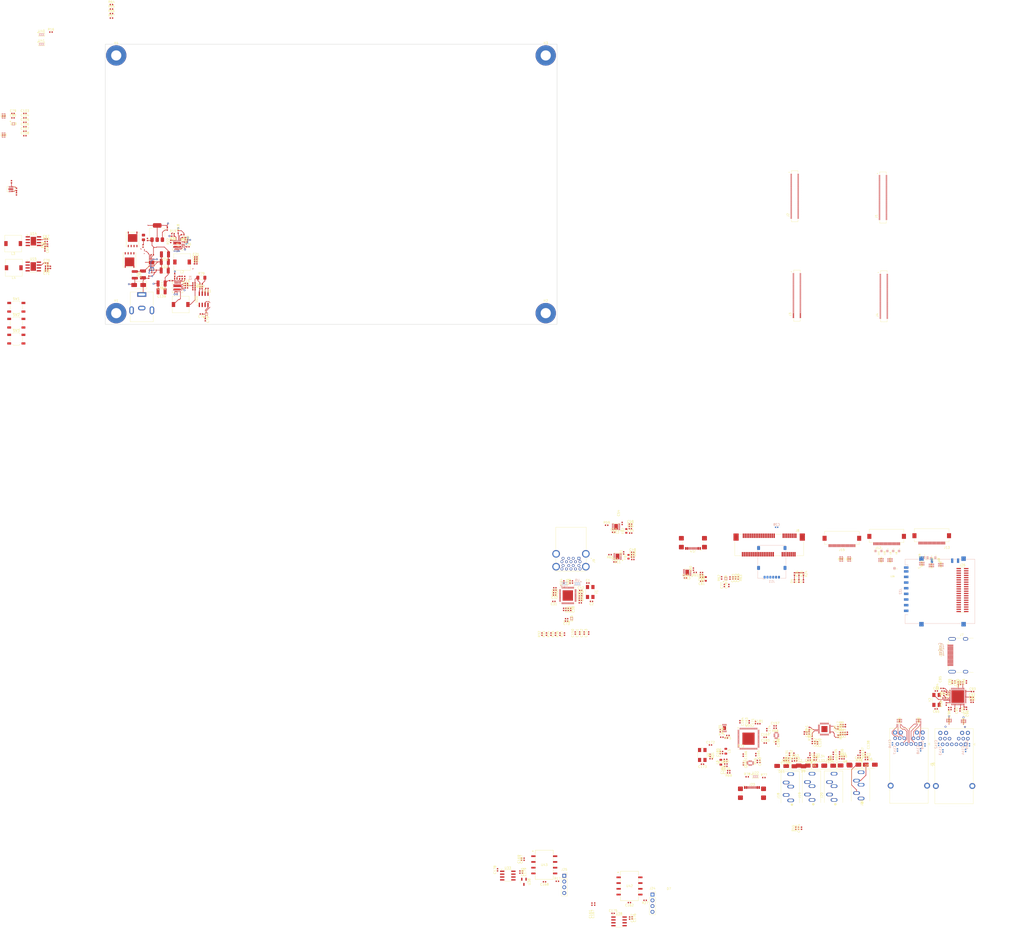
<source format=kicad_pcb>
(kicad_pcb (version 20240108) (generator "pcbnew") (generator_version "8.0")
  (title_block (title "Base Board Design") (date "2025-02-16") (rev "0") (company "William Sanchez Farfan"))
  (layers (0 "F.Cu" signal) (1 "In1.Cu" power "GND.Cu") (2 "In2.Cu" power "PowePlane.Cu") (31 "B.Cu" signal) (34 "B.Paste" user) (35 "F.Paste" user) (36 "B.SilkS" user "B.Silkscreen") (37 "F.SilkS" user "F.Silkscreen") (38 "B.Mask" user) (39 "F.Mask" user) (44 "Edge.Cuts" user))
  (net 0 "")
  (net 1 "VDD_SYS")
  (net 2 "/USB/usb_connectors/VBUSH_1")
  (net 3 "/power_unit/power_5v/1v8")
  (net 4 "Net-(U34-1~{OE})")
  (net 5 "PCIE_TXN_P")
  (net 6 "Net-(U34-VCCA)")
  (net 7 "PCIE_RXN_N")
  (net 8 "/OutGPIO_CAN/5v")
  (net 9 "Net-(U31-REF)")
  (net 10 "/serial_interface/3v3")
  (net 11 "Net-(U31-OSCI)")
  (net 12 "Net-(C173-Pad1)")
  (net 13 "/OutGPIO_CAN/1v8_CAN")
  (net 14 "/OutGPIO_CAN/5v_CAN1")
  (net 15 "PCIE_TXN_N")
  (net 16 "PCIE_REF_PAD_CLK_N")
  (net 17 "PCIE_REF_PAD_CLK_P")
  (net 18 "PCIE_RXN_P")
  (net 19 "SDC2_DATA0")
  (net 20 "SDC2_CMD")
  (net 21 "SDC2_DATA1")
  (net 22 "SDC2_DATA3")
  (net 23 "/USB/usb_connectors/VBUSH_2")
  (net 24 "SDC2_CLK")
  (net 25 "SDC2_DATA2")
  (net 27 "/USB/usb_connectors/VBUS")
  (net 28 "Net-(J7-CK+)")
  (net 30 "/USB/1v8")
  (net 31 "Net-(J7-D2-)")
  (net 32 "Net-(J7-D0-)")
  (net 33 "Net-(J7-D0+)")
  (net 34 "Net-(J7-D1+)")
  (net 35 "/PCIe_SDCard/1v8")
  (net 36 "Net-(J7-D1-)")
  (net 37 "/power_unit/power_5v/+V_STB")
  (net 38 "Net-(J7-CK-)")
  (net 39 "Net-(J7-D2+)")
  (net 41 "/PCIe_SDCard/3v3")
  (net 42 "/CSI_DSI/1v8")
  (net 44 "Net-(C18-Pad2)")
  (net 45 "+3.3V")
  (net 46 "/CSI_DSI/3v3")
  (net 47 "/Ethernet/ETH2_MDI3+")
  (net 49 "Net-(J9A-D-_1)")
  (net 50 "Net-(J9B-D+_2)")
  (net 51 "Net-(J9A-SSRX+_1)")
  (net 52 "Net-(J9A-SSTX-_1)")
  (net 53 "Net-(J9B-SSRX+_2)")
  (net 54 "Net-(J9B-SSRX-_2)")
  (net 55 "Net-(J9B-SSTX+_2)")
  (net 56 "Net-(J9B-SSTX-_2)")
  (net 57 "Net-(J9A-D+_1)")
  (net 58 "/Ethernet/ETH2_MDI2+")
  (net 59 "/Ethernet/ETH2_MDI3-")
  (net 60 "/power_unit/power_5v/3v3")
  (net 61 "/Ethernet/ETH2_LED1")
  (net 63 "/Audio/AUXOUT1")
  (net 69 "/Ethernet/ETH2_MDI0+")
  (net 74 "/Ethernet/ETH2_LED2")
  (net 75 "/power_unit/power_3V3_1V8_1V2/+V_STB")
  (net 76 "/Ethernet/ETH2_MDI1-")
  (net 77 "/Audio/AUXOUT2")
  (net 80 "/Ethernet/ETH2_MDI1+")
  (net 82 "Net-(U1A-XI)")
  (net 83 "Net-(D2-K)")
  (net 85 "Net-(J11-VCC)")
  (net 86 "/power_unit/power_5v/5v")
  (net 87 "Net-(D2-A)")
  (net 88 "Net-(J8-GND-Pad15)")
  (net 90 "/Audio/LAUXIN")
  (net 94 "Net-(D3-A)")
  (net 96 "Net-(U1A-XO)")
  (net 97 "Net-(D3-K)")
  (net 98 "Net-(J11-VPP)")
  (net 99 "Net-(D4-A)")
  (net 100 "+1V8")
  (net 104 "Net-(D4-K)")
  (net 106 "Net-(U14-FB)")
  (net 108 "Net-(J11-CLK)")
  (net 109 "Net-(U15-FB)")
  (net 110 "/USB/3v3")
  (net 111 "Net-(J11-RST)")
  (net 112 "+1V2")
  (net 113 "Net-(U3-USB2DN_DM1{slash}PRT_DIS_M1)")
  (net 114 "Net-(R24-Pad1)")
  (net 115 "/power_unit/power_3V3_1V8_1V2/SW_1v2")
  (net 116 "Net-(J11-I{slash}O)")
  (net 117 "+V5_STB")
  (net 119 "/Ethernet/ETH2_MDI2-")
  (net 120 "/Ethernet/ETH2_MDI0-")
  (net 121 "ETH1_MDI1+")
  (net 122 "ETH1_MDI2+")
  (net 123 "ETH1_LED1")
  (net 125 "VDD_3V3")
  (net 126 "Net-(U3-USB2DN_DP1{slash}PRT_DIS_P1)")
  (net 127 "/Audio/RAUXIN")
  (net 128 "VDD_1V2")
  (net 129 "/Audio/LHP")
  (net 131 "Net-(U3-SPI_CE_N{slash}CFG_NON_REM{slash}GPIO7)")
  (net 135 "Net-(U3-SPI_DI{slash}CFG_BC_EN{slash}GPIO9)")
  (net 137 "/Audio/RHP")
  (net 138 "Net-(U3-RBIAS)")
  (net 139 "Net-(U3-ATEST)")
  (net 141 "/Audio/LMIC_P")
  (net 143 "/USB/I2C1_USBH_SDA")
  (net 144 "/Audio/RMIC_P")
  (net 145 "Net-(U3-XTALI{slash}CLK_IN)")
  (net 146 "Net-(U3-XTALO)")
  (net 148 "USB2UP_TXD+")
  (net 149 "Net-(U32-1~{OE})")
  (net 150 "USB2UP_RXD+")
  (net 151 "USB2UP_RXD-")
  (net 152 "Net-(J9A-SHIELD-PadSH1)")
  (net 153 "Net-(J9B-D-_2)")
  (net 154 "USB2UP_TXD-")
  (net 155 "USB2UP_D+")
  (net 156 "USB2UP_D-")
  (net 157 "Net-(U32-VCCA)")
  (net 158 "Net-(U4-RETRY)")
  (net 159 "Net-(C5-Pad1)")
  (net 160 "Net-(Q2-Pad1)")
  (net 161 "Net-(U4-GATE)")
  (net 162 "Net-(U4-SENSE)")
  (net 163 "Net-(U4-~{SHDN})")
  (net 164 "Net-(U4-UV)")
  (net 166 "Net-(U4-OV)")
  (net 167 "Net-(U5B-BST)")
  (net 168 "Net-(U8-PDT)")
  (net 171 "Net-(C154-Pad1)")
  (net 174 "/power_unit/power_5v/FB_5V")
  (net 175 "Net-(U5A-SS)")
  (net 176 "+V_SUPPLY_FILT")
  (net 177 "Net-(J14-GND-PadA1)")
  (net 178 "Net-(U5B-PGOOD)")
  (net 179 "Net-(U5A-*PFM)")
  (net 180 "Net-(U8-*KILL)")
  (net 181 "Net-(U5A-TON)")
  (net 182 "/power_unit/5V_EN")
  (net 183 "/power_unit/power_3V3_1V8_1V2/FB_5V")
  (net 184 "Net-(C26-Pad2)")
  (net 185 "Net-(U7B-BST)")
  (net 186 "Net-(U7A-SS)")
  (net 189 "Net-(U7A-*PFM)")
  (net 190 "Net-(U7A-TON)")
  (net 191 "Net-(U7B-PGOOD)")
  (net 192 "Net-(J9A-SSRX-_1)")
  (net 193 "Net-(J9A-SSTX+_1)")
  (net 194 "Net-(J5-MXCT1)")
  (net 195 "Net-(J5-MXCT2)")
  (net 196 "USBH4_D-")
  (net 197 "USBH4_D+")
  (net 198 "ETH1_MDI0+")
  (net 199 "ETH1_MDI3-")
  (net 200 "Net-(J5-MXCT3)")
  (net 201 "ETH1_MDI3+")
  (net 202 "ETH1_LED2")
  (net 203 "Net-(J5-MXCT4)")
  (net 204 "ETH1_MDI2-")
  (net 205 "ETH1_MDI1-")
  (net 206 "Net-(J6-MXCT1)")
  (net 207 "ETH1_MDI0-")
  (net 208 "USBH3_SSTX-")
  (net 209 "Net-(C47-Pad1)")
  (net 210 "Net-(J6-MXCT2)")
  (net 211 "Net-(U11-SS)")
  (net 212 "Net-(C52-Pad1)")
  (net 213 "Net-(C53-Pad1)")
  (net 214 "Net-(U12-SS)")
  (net 215 "Net-(C55-Pad1)")
  (net 216 "Net-(J6-MXCT3)")
  (net 217 "Net-(C59-Pad1)")
  (net 218 "Net-(U13-SS)")
  (net 219 "Net-(C61-Pad1)")
  (net 220 "Net-(J6-MXCT4)")
  (net 221 "Net-(U9B-CH2_IN+)")
  (net 223 "Net-(U9B-CH2_IN-)")
  (net 225 "Net-(U10C-CH3_IN+)")
  (net 227 "Net-(U10C-CH3_IN-)")
  (net 231 "/PCIe_SDCard/3V3_PCIe")
  (net 232 "/PCIe_SDCard/PCIe_SDA")
  (net 233 "CTRL_RESET")
  (net 234 "ENET_TXC")
  (net 235 "ENET_MDC")
  (net 242 "USBH2_SSTX-")
  (net 244 "USBH3_D+")
  (net 245 "/USB/I2C1_USBH_SCL")
  (net 246 "USBH2_SSRX+")
  (net 247 "USBH3_SSRX+")
  (net 250 "USBH3_SSRX-")
  (net 251 "USBH3_D-")
  (net 252 "USBH3_SSTX+")
  (net 255 "USBH2_SSTX+")
  (net 256 "USBH3_PRT_CTL")
  (net 257 "USBH2_D+")
  (net 258 "USBH2_PRT_CTL")
  (net 259 "USBH2_SSRX-")
  (net 260 "USBH2_D-")
  (net 261 "ENET_TX_CTL")
  (net 262 "ENET_RD1")
  (net 263 "ENET_TD1")
  (net 264 "ENET_RX_CTL")
  (net 265 "ENET_TD2")
  (net 266 "ENET_RXC")
  (net 267 "ENET_RD3")
  (net 268 "ENET_TD3")
  (net 269 "ENET_RD0")
  (net 270 "ENET_MDIO")
  (net 271 "ENET_RD2")
  (net 272 "ENET_TD0")
  (net 273 "/PCIe_SDCard/PCIe_CLK")
  (net 274 "/PCIe_SDCard/1V5_PCIe")
  (net 275 "/Ethernet/1v8")
  (net 277 "/Ethernet/LED_MODE")
  (net 278 "/Ethernet/ISET")
  (net 279 "/Ethernet/1v2")
  (net 280 "/Ethernet/3v3")
  (net 282 "Net-(U20-IN-)")
  (net 283 "Net-(U20-IN+)")
  (net 284 "Net-(U12-FLTB)")
  (net 285 "Net-(U11-FLTB)")
  (net 286 "/power_unit/power_5v/INA_SCL")
  (net 290 "/power_unit/power_5v/INA_SDA")
  (net 291 "Net-(C163-Pad1)")
  (net 292 "Net-(U13-FLTB)")
  (net 294 "/CSI_DSI/I2C1_SCL_LVDS0")
  (net 295 "/CSI_DSI/I2C1_DTA_LVDS0")
  (net 297 "/CSI_DSI/I2C1_SCL")
  (net 298 "/CSI_DSI/I2C1_SDA")
  (net 301 "MIPI_DSI_1_D3+")
  (net 302 "MIPI_DSI_1_CLK-")
  (net 303 "MIPI_DSI_1_D3-")
  (net 304 "MIPI_DSI_1_CLK+")
  (net 305 "MIPI_DSI_1_D2+")
  (net 306 "MIPI_DSI_1_D2-")
  (net 307 "MIPI_DSI_1_D1+")
  (net 310 "MIPI_DSI_1_D1-")
  (net 311 "MIPI_DSI_1_D0-")
  (net 312 "MIPI_DSI_1_D0+")
  (net 328 "/USB/I2C1_SDA")
  (net 329 "/USB/I2C1_SCL")
  (net 330 "/PCIe_SDCard/I2C1_SDA")
  (net 331 "/PCIe_SDCard/I2C1_SCL")
  (net 333 "/Audio/LMIC_N")
  (net 334 "/Audio/RSPKOUT")
  (net 337 "/Audio/RMIC_N")
  (net 338 "/Audio/RLIN-GPIO3")
  (net 339 "/Audio/MICBIAS")
  (net 340 "/Audio/LSPKOUT")
  (net 343 "Net-(D5-K)")
  (net 344 "Net-(C110-Pad1)")
  (net 346 "/Audio/LLIN-GPIO2")
  (net 348 "Net-(C113-Pad1)")
  (net 350 "Net-(C117-Pad1)")
  (net 354 "Net-(C120-Pad1)")
  (net 355 "Net-(J25-Pin_3)")
  (net 356 "Net-(D6-K)")
  (net 357 "Net-(J24-Pin_2)")
  (net 358 "/serial_interface/FTDI_JTAG_TRST#")
  (net 359 "Net-(C124-Pad1)")
  (net 360 "Net-(D8-K)")
  (net 362 "Net-(D7-K)")
  (net 364 "Net-(D10-K)")
  (net 365 "/Audio/1v8_AAP")
  (net 366 "/Audio/3v3_AAP")
  (net 367 "Net-(D9-K)")
  (net 368 "Net-(D12-K)")
  (net 369 "Net-(D11-K)")
  (net 371 "Net-(C131-Pad2)")
  (net 372 "/serial_interface/FTDI_UARTD_3V3_RTC")
  (net 373 "Net-(C132-Pad2)")
  (net 374 "/serial_interface/FTDI_JTAG_TDO")
  (net 375 "/serial_interface/mcu_UARTA_3V3_CTS")
  (net 377 "Net-(C135-Pad2)")
  (net 378 "Net-(C136-Pad2)")
  (net 388 "/serial_interface/mcu_UARTA_3V3_TXD")
  (net 390 "Net-(U31-~{RESET})")
  (net 391 "/serial_interface/FTDI_UARTD_3V3_CTS")
  (net 392 "Net-(U31-OSCO)")
  (net 393 "Net-(U35-DO)")
  (net 394 "/serial_interface/FTDI_UARTC_3V3_CTS")
  (net 397 "/serial_interface/EEDATA")
  (net 398 "/serial_interface/EECLK")
  (net 399 "/serial_interface/EECS")
  (net 400 "Net-(J23-CC2)")
  (net 402 "Net-(J23-CC1)")
  (net 403 "/serial_interface/1v8_VREGOUT")
  (net 404 "/serial_interface/FTDI_UARTD_3V3_RXD")
  (net 405 "/serial_interface/mcu_UARTA_3V3_RXD")
  (net 406 "Net-(J23-VBUS-PadA4)")
  (net 407 "/serial_interface/FTDI_JTAG_TMS")
  (net 409 "/serial_interface/FTDI_UARTC_3V3_TXD")
  (net 412 "/serial_interface/FTDI_JTAG_TDI")
  (net 413 "Net-(U22B-CH2_OUT-)")
  (net 414 "/serial_interface/FTDI_UARTC_3V3_RXD")
  (net 418 "Net-(U22B-CH2_IN+)")
  (net 419 "Net-(U22B-CH2_OUT+)")
  (net 421 "Net-(U22B-CH2_IN-)")
  (net 422 "USBH1_D+")
  (net 423 "/serial_interface/FTDI_JTAG_TCK")
  (net 424 "/serial_interface/FTDI_UARTD_3V3_TXD")
  (net 425 "/serial_interface/FTDI_UARTC_3V3_RTC")
  (net 426 "USBH1_D-")
  (net 428 "/serial_interface/VPHY")
  (net 429 "/serial_interface/mcu_UARTA_3V3_RTC")
  (net 436 "/OutGPIO_CAN/GND_CAN1")
  (net 438 "/serial_interface/VPLL")
  (net 443 "Net-(U39-B0_N)")
  (net 445 "Net-(U39-B1_N)")
  (net 447 "Net-(J14-RX2-)")
  (net 448 "Net-(J14-TX1+)")
  (net 449 "Net-(J14-RX1+)")
  (net 450 "Net-(J14-TX1-)")
  (net 452 "Net-(J14-RX2+)")
  (net 453 "Net-(U39-C0_N)")
  (net 454 "Net-(J14-RX1-)")
  (net 455 "Net-(U40C-CH3_IN+)")
  (net 456 "Net-(U39-C0_P)")
  (net 457 "Net-(U39-B0_P)")
  (net 458 "Net-(J14-TX2+)")
  (net 459 "Net-(U39-C1_N)")
  (net 460 "Net-(U41A-CH1_IN+)")
  (net 462 "Net-(J14-TX2-)")
  (net 463 "Net-(J25-Pin_2)")
  (net 464 "Net-(J24-Pin_4)")
  (net 465 "Net-(J24-Pin_3)")
  (net 467 "/OutGPIO_CAN/5v_CAN2")
  (net 468 "/OutGPIO_CAN/GND_CAN2")
  (net 471 "Net-(J23-GND-PadA1)")
  (net 499 "Net-(J25-Pin_4)")
  (net 550 "GND")
  (net 551 "SAI1_RXD5")
  (net 552 "SAI1_TXD4")
  (net 554 "TXRXA_P")
  (net 556 "TXRXA_N")
  (net 559 "TXRXD_N")
  (net 560 "SAI1_TXD6")
  (net 561 "SAI5_RXC")
  (net 562 "SAI5_RXFS")
  (net 563 "TXRXC_N")
  (net 566 "SAI1_TXD0")
  (net 569 "SAI1_TXD3")
  (net 572 "SAI5_RXD1")
  (net 574 "TXRXB_N")
  (net 578 "TXRXD_P")
  (net 579 "SAI1_RXD7")
  (net 580 "LED2")
  (net 581 "SAI1_RXD6")
  (net 583 "SAI1_TXD2")
  (net 585 "LED1")
  (net 586 "TXRXB_P")
  (net 587 "SAI1_TXD1")
  (net 591 "SAI5_RXD0")
  (net 593 "TXRXC_P")
  (net 594 "SAI5_MCLK")
  (net 596 "SAI5_RXD3")
  (net 597 "SAI5_RXD2")
  (net 598 "SAI1_TXD5")
  (net 601 "I2C2_SCL")
  (net 602 "I2C4_SDA")
  (net 605 "SAI3_TXFS")
  (net 606 "CSI2_CLK_N")
  (net 607 "ECSPI1_MISO")
  (net 609 "SAI2_RXFS")
  (net 612 "SAI3_TXD")
  (net 613 "CSI1_CLK_N")
  (net 614 "SAI1_RXD0")
  (net 619 "SAI2_TXD0")
  (net 620 "DSI1_CLK_P")
  (net 621 "SAI3_RXC")
  (net 623 "SAI3_MCLK")
  (net 627 "ECSPI1_SCLK")
  (net 628 "SAI1_RXD3")
  (net 630 "CSI1_CLK_P")
  (net 631 "SAI1_RXD1")
  (net 632 "SAI2_RXC")
  (net 633 "UART2_TXD")
  (net 635 "ECSPI1_MOSI")
  (net 636 "SAI1_RXFS")
  (net 637 "SAI1_RXD2")
  (net 638 "EARC_P_UTIL")
  (net 641 "I2C4_SCL")
  (net 642 "I2C1_SDA")
  (net 644 "UART1_RXD")
  (net 645 "SAI2_TXFS")
  (net 646 "ECSPI2_MISO")
  (net 647 "SAI1_RXC")
  (net 649 "SAI2_RXD0")
  (net 650 "SAI3_RXD")
  (net 651 "EARC_N_HPD")
  (net 652 "UART4_RXD")
  (net 655 "UART2_RXD")
  (net 656 "I2C3_SDA")
  (net 657 "SAI2_TXC")
  (net 660 "ECSPI2_SSO")
  (net 662 "DSI1_CLK_N")
  (net 666 "ECSPI2_MOSI")
  (net 670 "ECSPI1_SSO")
  (net 671 "UART3_TXD")
  (net 672 "SAI1_RXD4")
  (net 674 "SAI2_MCLK")
  (net 675 "SAI1_TXC")
  (net 676 "UART1_TXD")
  (net 679 "ECSPI2_SCLK")
  (net 681 "EARC_AUX")
  (net 682 "UART3_RXD")
  (net 683 "SAI1_MCLK")
  (net 684 "SAi1_TXFS")
  (net 688 "UART4_TXD")
  (net 689 "CSI2_CLK_P")
  (net 692 "I2C2_SDA")
  (net 694 "SAI3_RXFS")
  (net 695 "I2C1_SCL")
  (net 696 "SAI3_TXC")
  (net 698 "I2C3_SCL")
  (net 774 "JTAG_TDI")
  (net 775 "CLKIN2")
  (net 776 "BOOT_MODE3")
  (net 778 "HDM_TXC_P")
  (net 779 "HDM_DDC_SCL")
  (net 781 "HDM_TX1_P")
  (net 787 "SDC1_RESET_B")
  (net 788 "CLKOUT2")
  (net 791 "SDC1_DATA5")
  (net 793 "SDC1_DATA2")
  (net 795 "LVDS1_D2_N")
  (net 796 "HDM_HPD")
  (net 797 "LVDS1_D1_P")
  (net 798 "JTAG_TMS")
  (net 799 "LVDS1_D0_N")
  (net 802 "SDC2_CD_B")
  (net 806 "HDM_TX2_P")
  (net 807 "LVDS1_D2_P")
  (net 811 "LVDS1_D0_P")
  (net 812 "SDC2_RESET_B")
  (net 813 "LVDS1_CLK_N")
  (net 816 "JTAG_TDO")
  (net 817 "HDM_DDC_SDA")
  (net 818 "SDC1_DATA0")
  (net 819 "CLKOUT1")
  (net 825 "LVDS1_D1_N")
  (net 826 "SDC1_CLK")
  (net 830 "JTAG_MOD")
  (net 831 "HDM_TX0_N")
  (net 833 "LVDS1_D3_P")
  (net 834 "SDC1_DATA6")
  (net 835 "SDC1_DATA1")
  (net 839 "LVDS1_CLK_P")
  (net 841 "BOOT_MODE0")
  (net 842 "SDC1_CMD")
  (net 843 "LVDS1_D3_N")
  (net 844 "HDM_TX0_P")
  (net 845 "HDM_CEC")
  (net 848 "SDC1_DATA7")
  (net 852 "CLKIN1")
  (net 853 "BOOT_MODE2")
  (net 855 "JTAG_TCK")
  (net 856 "HDM_TX2_N")
  (net 857 "SDC1_DATA4")
  (net 860 "SDC1_STROBE")
  (net 861 "SDC2_WP")
  (net 862 "HDM_TX1_N")
  (net 864 "HDM_TXC_N")
  (net 865 "SDC1_DATA3")
  (net 866 "BOOT_MODE1")
  (net 868 "/power_unit/V_IN")
  (net 869 "Net-(D1-K)")
  (net 870 "LVDS0_D3_N")
  (net 871 "LVDS0_CLK_N")
  (net 872 "LVDS0_D1_N")
  (net 873 "Net-(J26-Pin_11)")
  (net 875 "LVDS0_D0_N")
  (net 876 "LVDS0_D2_P")
  (net 878 "LVDS0_D0_P")
  (net 882 "LVDS0_D3_P")
  (net 883 "LVDS0_CLK_P")
  (net 885 "LVDS0_D2_N")
  (net 887 "LVDS0_D1_P")
  (net 890 "/CSI_DSI/con_rst")
  (net 891 "MIPI_CSI_1_CLK+")
  (net 892 "Net-(J12-Pin_1)")
  (net 896 "MIPI_CSI_1_D3-")
  (net 897 "MIPI_CSI_1_D0+")
  (net 898 "MIPI_CSI_1_D2+")
  (net 899 "MIPI_CSI_1_D1+")
  (net 900 "MIPI_CSI_1_D2-")
  (net 901 "MIPI_CSI_1_CLK-")
  (net 902 "MIPI_CSI_1_D1-")
  (net 903 "/CSI_DSI/mclk")
  (net 904 "MIPI_CSI_1_D0-")
  (net 905 "MIPI_CSI_1_D3+")
  (net 906 "Net-(J13-Pin_1)")
  (net 932 "MIPI_CSI_2_CLK+")
  (net 933 "MIPI_CSI_2_D1-")
  (net 934 "MIPI_CSI_2_D3+")
  (net 935 "MIPI_CSI_2_D0+")
  (net 936 "MIPI_CSI_2_D2-")
  (net 937 "MIPI_CSI_2_D0-")
  (net 938 "MIPI_CSI_2_D2+")
  (net 939 "MIPI_CSI_2_CLK-")
  (net 940 "MIPI_CSI_2_D3-")
  (net 941 "MIPI_CSI_2_D1+")
  (footprint "Capacitor_SMD:C_0402_1005Metric" (layer "F.Cu") (at 304.44 336.3475 -90)
    (property "Reference" "C141")
    (property "Value" "100nF")
  )
  (footprint "Capacitor_SMD:C_0402_1005Metric" (layer "F.Cu") (at 254.42 232.39)
    (property "Reference" "C56")
    (property "Value" "100nF")
  )
  (footprint "Capacitor_SMD:C_0402_1005Metric" (layer "F.Cu") (at 61.37694 123.64019 180)
    (property "Reference" "C8" (hide yes))
    (property "Value" "47uF" (hide yes))
  )
  (footprint "Inductor_SMD:L_0805_2012Metric" (layer "F.Cu") (at 296.66 330.7875 -90)
    (property "Reference" "L5")
    (property "Value" "120R@10MHz")
  )
  (footprint "Capacitor_SMD:C_0402_1005Metric" (layer "F.Cu") (at 314.8 321.27 -90)
    (property "Reference" "C174")
    (property "Value" "100nF")
  )
  (footprint "_W_SBC:QFN4X4-22L_EP2_S_AOS" (layer "F.Cu") (at 54.24981 106.74462 -90)
    (property "Reference" "U7")
    (property "Value" "AOZ2261AQI-15")
  )
  (footprint "Capacitor_SMD:C_0402_1005Metric" (layer "F.Cu") (at -18.663099 48.6647)
    (property "Reference" "C79")
    (property "Value" "100nF")
  )
  (footprint "_W_SBC:DFN10_U-DFN2510-10_DIO" (layer "F.Cu") (at 383.35 247.8347 -90)
    (property "Reference" "U46")
    (property "Value" "~")
  )
  (footprint "Capacitor_SMD:C_0402_1005Metric" (layer "F.Cu") (at 392.32 303 180)
    (property "Reference" "C85")
    (property "Value" "100nF")
  )
  (footprint "Capacitor_SMD:C_0402_1005Metric" (layer "F.Cu") (at 396.85 300.18 90)
    (property "Reference" "C89")
    (property "Value" "100nF")
  )
  (footprint "_W_SBC:SJ1-3535NG-PI" (layer "F.Cu") (at 356.5 351.7 90)
    (property "Reference" "J21")
    (property "Value" "AUX OUT -Black")
  )
  (footprint "_W_SBC:FIL_EXC-14CH120U" (layer "F.Cu") (at 370.704 242.225 -90)
    (property "Reference" "L8")
    (property "Value" "12R@100MHz")
  )
  (footprint "Capacitor_SMD:C_0402_1005Metric" (layer "F.Cu") (at 314.13 327.1675)
    (property "Reference" "C183")
    (property "Value" "100nF")
  )
  (footprint "_W_SBC:DFN10_U-DFN2510-10_DIO" (layer "F.Cu") (at 387.599999 248.6097 90)
    (property "Reference" "U47")
    (property "Value" "~")
  )
  (footprint "Capacitor_SMD:C_0402_1005Metric" (layer "F.Cu") (at 405.82 304.4)
    (property "Reference" "C93")
    (property "Value" "100nF")
  )
  (footprint "Capacitor_SMD:C_0402_1005Metric" (layer "F.Cu") (at 195.6912 383.26 90)
    (property "Reference" "C178")
    (property "Value" "100nF")
  )
  (footprint "Package_DFN_QFN:DFN-10-1EP_3x3mm_P0.5mm_EP1.65x2.38mm" (layer "F.Cu") (at 42.6525 114.62 90)
    (property "Reference" "U4" (hide yes))
    (property "Value" "LTC4368IDD-1_PBF" (hide yes))
  )
  (footprint "Capacitor_SMD:C_0402_1005Metric" (layer "F.Cu") (at 349.435 322.9375 90)
    (property "Reference" "C116")
    (property "Value" "4.7uF")
  )
  (footprint "Capacitor_SMD:C_0402_1005Metric" (layer "F.Cu") (at 254.46 231.33)
    (property "Reference" "C57")
    (property "Value" "100nF")
  )
  (footprint "Resistor_SMD:R_0402_1005Metric" (layer "F.Cu") (at 334.885 324.807935 90)
    (property "Reference" "R39")
    (property "Value" "120R@100MHz")
  )
  (footprint "Resistor_SMD:R_0402_1005Metric" (layer "F.Cu") (at 215.34 279 90)
    (property "Reference" "R32")
    (property "Value" "1K")
  )
  (footprint "Resistor_SMD:R_0402_1005Metric" (layer "F.Cu") (at 65.0775 124.665 90)
    (property "Reference" "R1")
    (property "Value" "10")
  )
  (footprint "Capacitor_SMD:C_0402_1005Metric" (layer "F.Cu") (at 286.34 336.515 180)
    (property "Reference" "C173")
    (property "Value" "12Pf")
  )
  (footprint "MountingHole:MountingHole_4.5mm_Pad" (layer "F.Cu") (at 27 137)
    (property "Reference" "H1")
    (property "Value" "MountingHole")
  )
  (footprint "_W_SBC:FIL_EXC-14CH120U" (layer "F.Cu") (at 373.308 242.225 -90)
    (property "Reference" "L7")
    (property "Value" "12R@100MHz")
  )
  (footprint "_W_SBC:DFN10_U-DFN2510-10_DIO" (layer "F.Cu") (at 373.45 317.3131 90)
    (property "Reference" "U25")
    (property "Value" "~")
  )
  (footprint "Connector_PinSocket_2.54mm:PinSocket_1x04_P2.54mm_Vertical" (layer "F.Cu") (at 264.2212 394.22)
    (property "Reference" "J24")
    (property "Value" "CAN_1")
  )
  (footprint "_W_SBC:HIROSE_DF40C-100DS-0.4V_51_" (layer "F.Cu") (at 328.11 129.25 90)
    (property "Reference" "J3")
    (property "Value" "DF40C-100DP-0.4V_51_")
  )
  (footprint "Resistor_SMD:R_0402_1005Metric" (layer "F.Cu") (at -4.505 106.87 90)
    (property "Reference" "R28")
    (property "Value" "330K")
  )
  (footprint "Capacitor_SMD:C_0402_1005Metric" (layer "F.Cu") (at 333.85 332.07 -90)
    (property "Reference" "C134")
    (property "Value" "1uF")
  )
  (footprint "Capacitor_SMD:C_0402_1005Metric" (layer "F.Cu") (at 337.185 327.077935 -90)
    (property "Reference" "C120")
    (property "Value" "100nF")
  )
  (footprint "_W_SBC:DFN10_U-DFN2510-10_DIO" (layer "F.Cu") (at 381.9301 317.2301 90)
    (property "Reference" "U50")
    (property "Value" "~")
  )
  (footprint "Capacitor_SMD:C_0805_2012Metric_Pad1.18x1.45mm_HandSolder" (layer "F.Cu") (at 39.05 103.5125 90)
    (property "Reference" "C5" (hide yes))
    (property "Value" "2.2nF")
  )
  (footprint "Resistor_SMD:R_0402_1005Metric" (layer "F.Cu") (at -1.86 12.66)
    (property "Reference" "R16")
    (property "Value" "0")
  )
  (footprint "Fuse:Fuse_1210_3225Metric_Pad1.42x2.65mm_HandSolder" (layer "F.Cu") (at 38.8225 119.8675 90)
    (property "Reference" "F1")
    (property "Value" "10A 36R@100MHz")
  )
  (footprint "_W_SBC:DFN10_U-DFN2510-10_DIO" (layer "F.Cu") (at 395.4 317.2369 -90)
    (property "Reference" "U24")
    (property "Value" "~")
  )
  (footprint "_W_SBC:MICROPAK8_1P6X1P6_ONS" (layer "F.Cu") (at 66.929701 137.445 90)
    (property "Reference" "U17")
    (property "Value" "FXMA2102L8X")
  )
  (footprint "Resistor_SMD:R_0402_1005Metric" (layer "F.Cu") (at 55.05751 121.22019 90)
    (property "Reference" "R6" (hide yes))
    (property "Value" "100K" (hide yes))
  )
  (footprint "_W_SBC:NTE_SINGLE_M_MUR-L" (layer "F.Cu") (at 254.0506 390.39)
    (property "Reference" "U42")
    (property "Value" "NTE0505MC")
  )
  (footprint "Resistor_SMD:R_0402_1005Metric" (layer "F.Cu") (at 329.01 252.37 -90)
    (property "Reference" "R25")
    (property "Value" "100K")
  )
  (footprint "Capacitor_SMD:C_0402_1005Metric" (layer "F.Cu") (at 224.909998 268.04 -90)
    (property "Reference" "C41")
    (property "Value" "100nF")
  )
  (footprint "Diode_SMD:D_SMA" (layer "F.Cu") (at 338.25 337.2)
    (property "Reference" "D10")
    (property "Value" "SS3200")
  )
  (footprint "Package_DFN_QFN:DFN-12-1EP_3x3mm_P0.5mm_EP1.6x2.5mm" (layer "F.Cu") (at 279.575 251.75 180)
    (property "Reference" "U13")
    (property "Value" "~")
  )
  (footprint "Connector_USB:USB_C_Receptacle_GCT_USB4110" (layer "F.Cu") (at 308.24 350.525)
    (property "Reference" "J23")
    (property "Value" "USB_C_Receptacle")
  )
  (footprint "Capacitor_SMD:C_0402_1005Metric" (layer "F.Cu") (at 221.019998 259.55 180)
    (property "Reference" "C40")
    (property "Value" "4.7uF")
  )
  (footprint "Resistor_SMD:R_0402_1005Metric" (layer "F.Cu") (at 296.69 336.43)
    (property "Reference" "R70")
    (property "Value" "10k")
  )
  (footprint "Capacitor_SMD:C_0402_1005Metric" (layer "F.Cu") (at 232.389998 261.04)
    (property "Reference" "C36")
    (property "Value" "100nF")
  )
  (footprint "Capacitor_SMD:C_0402_1005Metric" (layer "F.Cu") (at 40.8 104.42 90)
    (property "Reference" "C10" (hide yes))
    (property "Value" "100nF" (hide yes))
  )
  (footprint "Capacitor_SMD:C_0402_1005Metric" (layer "F.Cu") (at -13.403099 50.6347)
    (property "Reference" "C104")
    (property "Value" "4,7uF")
  )
  (footprint "Resistor_SMD:R_0402_1005Metric" (layer "F.Cu") (at 42.1575 118.07)
    (property "Reference" "R12" (hide yes))
    (property "Value" "80.6K" (hide yes))
  )
  (footprint "MountingHole:MountingHole_4.5mm_Pad" (layer "F.Cu") (at 217 23)
    (property "Reference" "H3")
    (property "Value" "MountingHole")
  )
  (footprint "Capacitor_SMD:C_0402_1005Metric" (layer "F.Cu") (at 220.939998 260.69 180)
    (property "Reference" "C45")
    (property "Value" "1nF")
  )
  (footprint "Capacitor_SMD:C_0402_1005Metric" (layer "F.Cu") (at 247.64 247.06)
    (property "Reference" "C52")
    (property "Value" "10uF")
  )
  (footprint "Package_DFN_QFN:DFN-8-1EP_3x2mm_P0.5mm_EP1.7x1.4mm" (layer "F.Cu") (at 296.05 320.55 90)
    (property "Reference" "U35")
    (property "Value" "93LCxxB")
  )
  (footprint "Capacitor_SMD:C_0402_1005Metric" (layer "F.Cu") (at 285.9 252.755 180)
    (property "Reference" "C63")
    (property "Value" "100nF")
  )
  (footprint "Capacitor_SMD:C_0402_1005Metric" (layer "F.Cu") (at 227.759998 255.92 90)
    (property "Reference" "C35")
    (property "Value" "100nF")
  )
  (footprint "Capacitor_SMD:C_0402_1005Metric" (layer "F.Cu") (at -3.875 118.315 180)
    (property "Reference" "C71")
    (property "Value" "100pF")
  )
  (footprint "_W_SBC:MICROPAK8_1P6X1P6_ONS" (layer "F.Cu") (at -18.467799 53.25)
    (property "Reference" "U19")
    (property "Value" "~")
  )
  (footprint "Capacitor_SMD:C_0402_1005Metric" (layer "F.Cu") (at -4.56 109.005 -90)
    (property "Reference" "C69")
    (property "Value" "22uF")
  )
  (footprint "Capacitor_SMD:C_0402_1005Metric" (layer "F.Cu") (at 289.87 328.0225)
    (property "Reference" "C172")
    (property "Value" "12Pf")
  )
  (footprint "Capacitor_SMD:C_1210_3225Metric_Pad1.33x2.70mm_HandSolder" (layer "F.Cu") (at 47.075 123.875 180)
    (property "Reference" "C188")
    (property "Value" "10uF")
  )
  (footprint "Capacitor_SMD:C_0402_1005Metric" (layer "F.Cu") (at 255.46 244.91)
    (property "Reference" "C50")
    (property "Value" "1nF")
  )
  (footprint "Capacitor_SMD:C_0402_1005Metric" (layer "F.Cu") (at 344.2 331.72 -90)
    (property "Reference" "C135")
    (property "Value" "1uf")
  )
  (footprint "Capacitor_SMD:C_0402_1005Metric" (layer "F.Cu") (at 405.63 309.15)
    (property "Reference" "C94")
    (property "Value" "100nF")
  )
  (footprint "_W_SBC:FIL_EXC-14CH120U" (layer "F.Cu") (at 362.892 242.225 -90)
    (property "Reference" "L11")
    (property "Value" "12R@100MHz")
  )
  (footprint "Inductor_SMD:L_0805_2012Metric" (layer "F.Cu") (at 294.46 335.6525 90)
    (property "Reference" "L6")
    (property "Value" "120R@10MHz")
  )
  (footprint "_W_SBC:DFN10_U-DFN2510-10_DIO" (layer "F.Cu") (at 369.308 246.225 90)
    (property "Reference" "U44")
    (property "Value" "~")
  )
  (footprint "Capacitor_SMD:C_0402_1005Metric" (layer "F.Cu") (at -13.403099 56.5447)
    (property "Reference" "C107")
    (property "Value" "4,7uF")
  )
  (footprint "Capacitor_SMD:C_1210_3225Metric_Pad1.33x2.70mm_HandSolder" (layer "F.Cu") (at 47.0625 127.325 180)
    (property "Reference" "C139")
    (property "Value" "10uF")
  )
  (footprint "Capacitor_SMD:C_0402_1005Metric" (layer "F.Cu") (at 322.89 334.9 180)
    (property "Reference" "C130")
    (property "Value" "220pF")
  )
  (footprint "Capacitor_SMD:C_0402_1005Metric" (layer "F.Cu") (at 67.1275 126.075 180)
    (property "Reference" "C101")
    (property "Value" "100nF")
  )
  (footprint "Capacitor_SMD:C_0402_1005Metric" (layer "F.Cu") (at 310.61 335.3175 -90)
    (property "Reference" "C140")
    (property "Value" "10uF")
  )
  (footprint "_W_SBC:NTE_SINGLE_M_MUR-L" (layer "F.Cu") (at 216.3506 381.04)
    (property "Reference" "U43")
    (property "Value" "NTE0505MC")
  )
  (footprint "Resistor_SMD:R_0402_1005Metric" (layer "F.Cu") (at 52.88251 120.14519 -90)
    (property "Reference" "R4" (hide yes))
    (property "Value" "47K" (hide yes))
  )
  (footprint "Diode_SMD:D_SMA" (layer "F.Cu") (at 353.3 336.75 180)
    (property "Reference" "D5")
    (property "Value" "SS3200")
  )
  (footprint "Resistor_SMD:R_0402_1005Metric" (layer "F.Cu") (at 327.02 252.37 -90)
    (property "Reference" "R26")
    (property "Value" "100K")
  )
  (footprint "Connector_PCBEdge:BUS_PCI_Express_Mini" (layer "F.Cu") (at 315.85 239.565 180)
    (property "Reference" "J8")
    (property "Value" "Bus_PCI_Express_Mini")
  )
  (footprint "Capacitor_SMD:C_0402_1005Metric" (layer "F.Cu") (at 356.1 331 -90)
    (property "Reference" "C137")
    (property "Value" "1uf")
  )
  (footprint "Capacitor_SMD:C_0402_1005Metric" (layer "F.Cu") (at 282.32 250.255 90)
    (property "Reference" "C60")
    (property "Value" "100nF")
  )
  (footprint "Capacitor_SMD:C_0402_1005Metric" (layer "F.Cu") (at 300.927501 254.0847 -90)
    (property "Reference" "C156")
    (property "Value" "100nF")
  )
  (footprint "Capacitor_SMD:C_0402_1005Metric" (layer "F.Cu") (at 62.1873 114.17019)
    (property "Reference" "C23")
    (property "Value" "47uF")
  )
  (footprint "Capacitor_SMD:C_0402_1005Metric" (layer "F.Cu") (at 405.57 306.95)
    (property "Reference" "C92")
    (property "Value" "100nF")
  )
  (footprint "Package_DFN_QFN:UQFN-16_1.8x2.6mm_P0.4mm" (layer "F.Cu") (at 319.01 323.7675 180)
    (property "Reference" "U34")
    (property "Value" "~")
  )
  (footprint "Capacitor_SMD:C_0402_1005Metric" (layer "F.Cu") (at -13.403099 54.5747)
    (property "Reference" "C106")
    (property "Value" "4,7uF")
  )
  (footprint "Capacitor_SMD:C_0402_1005Metric" (layer "F.Cu") (at 207.4312 378.57 90)
    (property "Reference" "C187")
    (property "Value" "100nF")
  )
  (footprint "LED_SMD:LED_0402_1005Metric" (layer "F.Cu") (at 329.01 255.515 90)
    (property "Reference" "D3")
    (property "Value" "GREEN")
  )
  (footprint "Resistor_SMD:R_0402_1005Metric" (layer "F.Cu") (at 322.81 333.75 180)
    (property "Reference" "R53")
    (property "Value" "4.7K")
  )
  (footprint "Resistor_SMD:R_0402_1005Metric" (layer "F.Cu") (at 324.42 334.39 90)
    (property "Reference" "R51")
    (property "Value" "100")
  )
  (footprint "Resistor_SMD:R_0402_1005Metric" (layer "F.Cu") (at 51.22251 122.64519)
    (property "Reference" "R8" (hide yes))
    (property "Value" "510K" (hide yes))
  )
  (footprint "Resistor_SMD:R_0402_1005Metric" (layer "F.Cu") (at 394.21 305.25 -90)
    (property "Reference" "R47")
    (property "Value" "10K")
  )
  (footprint "Capacitor_SMD:C_0402_1005Metric" (layer "F.Cu") (at 62.1873 113.14019)
    (property "Reference" "C22")
    (property "Value" "47uF")
  )
  (footprint "Resistor_SMD:R_0402_1005Metric" (layer "F.Cu") (at -17.107501 82.264802 -90)
    (property "Reference" "R7" (hide yes))
    (property "Value" "100K" (hide yes))
  )
  (footprint "Capacitor_SMD:C_1210_3225Metric" (layer "F.Cu") (at 35.2225 120.055 -90)
    (property "Reference" "C20")
    (property "Value" "10uF")
  )
  (footprint "Capacitor_SMD:C_0402_1005Metric" (layer "F.Cu") (at 311.27 318.6375)
    (property "Reference" "C181")
    (property "Value" "100nF")
  )
  (footprint "Capacitor_SMD:C_0402_1005Metric" (layer "F.Cu") (at 393.22 307.25 180)
    (property "Reference" "C84")
    (property "Value" "100nF")
  )
  (footprint "Package_DFN_QFN:QFN-48-1EP_7x7mm_P0.5mm_EP5.6x5.6mm" (layer "F.Cu") (at 399.25 306.6 90)
    (property "Reference" "U1")
    (property "Value" "KSZ9131RNXI")
  )
  (footprint "Capacitor_SMD:C_0402_1005Metric" (layer "F.Cu") (at 251.48 243.07 90)
    (property "Reference" "C51")
    (property "Value" "100nF")
  )
  (footprint "_W_SBC:WLCSP10_4-2-4_NEX" (layer "F.Cu") (at 391.62 287.525 -90)
    (property "Reference" "U37")
    (property "Value" "~")
  )
  (footprint "Capacitor_SMD:C_0402_1005Metric" (layer "F.Cu") (at 403.1 300.15 90)
    (property "Reference" "C86")
    (property "Value" "100nF")
  )
  (footprint "Capacitor_SMD:C_0402_1005Metric" (layer "F.Cu") (at 250.81 230.03 90)
    (property "Reference" "C54")
    (property "Value" "100nF")
  )
  (footprint "Capacitor_SMD:C_0402_1005Metric" (layer "F.Cu") (at 298.507501 254.1947 -90)
    (property "Reference" "C154")
    (property "Value" "100pF")
  )
  (footprint "Resistor_SMD:R_0402_1005Metric" (layer "F.Cu") (at 306.13 342.11)
    (property "Reference" "R78")
    (property "Value" "5.1k")
  )
  (footprint "Resistor_SMD:R_0402_1005Metric" (layer "F.Cu") (at 294.797501 254.1147 90)
    (property "Reference" "R62")
    (property "Value" "10K")
  )
  (footprint "Inductor_SMD:L_7.3x7.3_H3.5" (layer "F.Cu") (at -18.585 106.225 180)
    (property "Reference" "L3")
    (property "Value" "2.2uH_12A")
  )
  (footprint "Capacitor_SMD:C_0402_1005Metric" (layer "F.Cu") (at 393.1 305.68 90)
    (property "Reference" "C99")
    (property "Value" "10uF")
  )
  (footprint "Capacitor_SMD:C_0402_1005Metric" (layer "F.Cu") (at 358.35 331.83 -90)
    (property "Reference" "C138")
    (property "Value" "1uF")
  )
  (footprint "Package_CSP:Nexperia_WLCSP-15_6-3-6_2.37x1.17mm_Layout6x3_P0.4mm" (layer "F.Cu") (at -6.03 13.78)
    (property "Reference" "U40")
    (property "Value" "PCMF3USB3S")
  )
  (footprint "Package_DFN_QFN:VQFN-64-1EP_9x9mm_P0.5mm_EP5.4x5.4mm" (layer "F.Cu") (at 306.7 325.25)
    (property "Reference" "U31")
    (property "Value" "FT4232H")
  )
  (footprint "Package_TO_SOT_SMD:SOT-223" (layer "F.Cu") (at 45.125 101.35 90)
    (property "Reference" "U6" (hide yes))
    (property "Value" "NCV4274CST50T3G" (hide yes))
  )
  (footprint "Capacitor_SMD:C_0402_1005Metric" (layer "F.Cu") (at 57.97538 104.59462)
    (property "Reference" "C25")
    (property "Value" "4.7uF")
  )
  (footprint "Capacitor_SMD:C_0402_1005Metric" (layer "F.Cu") (at 348.48 334.16)
    (property "Reference" "C126")
    (property "Value" "220pF")
  )
  (footprint "Resistor_SMD:R_0402_1005Metric" (layer "F.Cu") (at 24.895 6.465)
    (property "Reference" "R67")
    (property "Value" "10K")
  )
  (footprint "Resistor_SMD:R_0402_1005Metric" (layer "F.Cu") (at -3.785 117.255 180)
    (property "Reference" "R30")
    (property "Value" "150K")
  )
  (footprint "Capacitor_SMD:C_0402_1005Metric" (layer "F.Cu") (at -3.37 106.925 90)
    (property "Reference" "C68")
    (property "Value" "100pF")
  )
  (footprint "Capacitor_SMD:C_0402_1005Metric" (layer "F.Cu") (at 318.48 319.5775)
    (property "Reference" "C157")
    (property "Value" "10uF")
  )
  (footprint "Inductor_SMD:L_7.3x7.3_H3.5" (layer "F.Cu") (at 56.1373 114.37019 180)
    (property "Reference" "L2")
    (property "Value" "2.2uH_12A")
  )
  (footprint "Resistor_SMD:R_0402_1005Metric" (layer "F.Cu") (at 51.10924 105.26962 90)
    (property "Reference" "R22")
    (property "Value" "510K")
  )
  (footprint "_W_SBC:FIL_EXC-14CH120U" (layer "F.Cu") (at 368.1 242.225 -90)
    (property "Reference" "L9")
    (property "Value" "12R@100MHz")
  )
  (footprint "Capacitor_SMD:C_0402_1005Metric" (layer "F.Cu") (at -17.130001 84.229802 -90)
    (property "Reference" "C12" (hide yes))
    (property "Value" "100nF" (hide yes))
  )
  (footprint "Capacitor_SMD:C_0402_1005Metric" (layer "F.Cu") (at 302.91 317.7475 -90)
    (property "Reference" "C184")
    (property "Value" "100nF")
  )
  (footprint "Resistor_SMD:R_0402_1005Metric" (layer "F.Cu") (at 217.33 279 90)
    (property "Reference" "R33")
    (property "Value" "1K")
  )
  (footprint "Connector_Video:HDMI_A_Molex_208658-1001_Horizontal" (layer "F.Cu") (at 399.285 288.35)
    (property "Reference" "J7")
    (property "Value" "HDMI_A")
  )
  (footprint "Capacitor_SMD:C_0402_1005Metric" (layer "F.Cu") (at 296.68 337.47 180)
    (property "Reference" "C170")
    (property "Value" "100nF")
  )
  (footprint "Capacitor_SMD:C_0402_1005Metric" (layer "F.Cu") (at 238.66 398.415 90)
    (property "Reference" "C167")
    (property "Value" "100nF")
  )
  (footprint "Resistor_SMD:R_0402_1005Metric" (layer "F.Cu") (at 346.95 333.61 90)
    (property "Reference" "R57")
    (property "Value" "100")
  )
  (footprint "Capacitor_SMD:C_0402_1005Metric" (layer "F.Cu") (at 221.039998 258.5 180)
    (property "Reference" "C33")
    (property "Value" "100nF")
  )
  (footprint "Capacitor_SMD:C_0402_1005Metric" (layer "F.Cu") (at 254.47 230.33)
    (property "Reference" "C58")
    (property "Value" "1nF")
  )
  (footprint "_W_SBC:MICROPAK8_1P6X1P6_ONS" (layer "F.Cu") (at 296.6753 254.4147 90)
    (property "Reference" "U18")
    (property "Value" "~")
  )
  (footprint "_W_SBC:DFN10_U-DFN2510-10_DIO" (layer "F.Cu") (at -22.813099 58.2547)
    (property "Reference" "U23")
    (property "Value" "~")
  )
  (footprint "Connector_USB:USB_C_Receptacle_GCT_USB4110" (layer "F.Cu") (at 282.11 237.395 180)
    (property "Reference" "J14")
    (property "Value" "USB_C_Receptacle")
  )
  (footprint "Resistor_SMD:R_0402_1005Metric" (layer "F.Cu") (at 283.1 251.705 180)
    (property "Reference" "R61")
    (property "Value" "0")
  )
  (footprint "Resistor_SMD:R_0402_1005Metric" (layer "F.Cu") (at 327.6 364.85 90)
    (property "Reference" "R44")
    (property "Value" "2.2k")
  )
  (footprint "Capacitor_SMD:C_0402_1005Metric" (layer "F.Cu") (at 314.07 324.6275)
    (property "Reference" "C164")
    (property "Value" "100nF")
  )
  (footprint "Capacitor_SMD:C_0402_1005Metric" (layer "F.Cu") (at 389.82 304.13)
    (property "Reference" "C66")
    (property "Value" "12Pf")
  )
  (footprint "_W_SBC:HIROSE_DF40C-100DS-0.4V_51_" (layer "F.Cu") (at 366.19 85.85 90)
    (property "Reference" "J1")
    (property "Value" "DF40C-100DP-0.4V_51_")
  )
  (footprint "Resistor_SMD:R_0402_1005Metric" (layer "F.Cu") (at 294.91 324.59)
    (property "Reference" "R74")
    (property "Value" "10k")
  )
  (footprint "Capacitor_SMD:C_0402_1005Metric" (layer "F.Cu") (at 225.909998 268.06 -90)
    (property "Reference" "C44")
    (property "Value" "100nF")
  )
  (footprint "Resistor_SMD:R_0402_1005Metric" (layer "F.Cu") (at 331 252.37 -90)
    (property "Reference" "R24")
    (property "Value" "100K")
  )
  (footprint "Resistor_SMD:R_0402_1005Metric" (layer "F.Cu") (at 290.18 334.105)
    (property "Reference" "R72")
    (property "Value" "150")
  )
  (footprint "Capacitor_SMD:C_0402_1005Metric" (layer "F.Cu") (at 235.639998 256.39)
    (property "Reference" "C1")
    (property "Value" "16Pf")
  )
  (footprint "MountingHole:MountingHole_4.5mm_Pad" (layer "F.Cu") (at 217 137)
    (property "Reference" "H2")
    (property "Value" "MountingHole")
  )
  (footprint "Diode_SMD:D_SMA" (layer "F.Cu") (at 329.02 337.45)
    (property "Reference" "D12")
    (property "Value" "SS3200")
  )
  (footprint "Capacitor_SMD:C_0402_1005Metric" (layer "F.Cu") (at 294.24 331.38 90)
    (property "Reference" "C185")
    (property "Value" "10uF")
  )
  (footprint "Package_SO:SOIC-8_3.9x4.9mm_P1.27mm" (layer "F.Cu") (at 200.2212 385.8)
    (property "Reference" "U33")
    (property "Value" "ISO1044BD")
  )
  (footprint "Resistor_SMD:R_0402_1005Metric" (layer "F.Cu") (at 64.0275 124.685 90)
    (property "Reference" "R2")
    (property "Value" "10")
  )
  (footprint "_W_SBC:DFN10_U-DFN2510-10_DIO" (layer "F.Cu") (at 365.333001 246.1699 90)
    (property "Reference" "U45")
    (property "Value" "~")
  )
  (footprint "Capacitor_SMD:C_0402_1005Metric" (layer "F.Cu") (at 247.01 233.93)
    (property "Reference" "C53")
    (property "Value" "10uF")
  )
  (footprint "Resistor_SMD:R_0402_1005Metric" (layer "F.Cu") (at 52.10538 101.86962)
    (property "Reference" "R19")
    (property "Value" "47K")
  )
  (footprint "Capacitor_SMD:C_0402_1005Metric" (layer "F.Cu") (at 206.6612 384.25 -90)
    (property "Reference" "C179")
    (property "Value" "100nF")
  )
  (footprint "Capacitor_SMD:C_0402_1005Metric" (layer "F.Cu") (at 64.6675 137.375 180)
    (property "Reference" "C76")
    (property "Value" "100nF")
  )
  (footprint "Capacitor_SMD:C_0402_1005Metric" (layer "F.Cu") (at 405.57 308.15)
    (property "Reference" "C81")
    (property "Value" "10uF")
  )
  (footprint "Resistor_SMD:R_0402_1005Metric" (layer "F.Cu") (at 56.18251 121.22019 90)
    (property "Reference" "R3")
    (property "Value" "100K" (hide yes))
  )
  (footprint "Package_DFN_QFN:DFN-12-1EP_3x3mm_P0.5mm_EP1.6x2.5mm" (layer "F.Cu") (at 248.105 231.54 180)
    (property "Reference" "U12")
    (property "Value" "~")
  )
  (footprint "Capacitor_SMD:C_0402_1005Metric" (layer "F.Cu") (at 333.485 322.7275 -90)
    (property "Reference" "C110")
    (property "Value" "100nF")
  )
  (footprint "_W_SBC:DFN10_U-DFN2510-10_DIO" (layer "F.Cu") (at 401.799999 317.5199 90)
    (property "Reference" "U49")
    (property "Value" "~")
  )
  (footprint "Capacitor_SMD:C_0402_1005Metric" (layer "F.Cu") (at 285.95 253.835 180)
    (property "Reference" "C62")
    (property "Value" "100nF")
  )
  (footprint "Resistor_SMD:R_0402_1005Metric" (layer "F.Cu") (at 56.96924 103.56962 180)
    (property "Reference" "R23")
    (property "Value" "100K")
  )
  (footprint "Resistor_SMD:R_0402_1005Metric" (layer "F.Cu") (at 342.64 333.35 180)
    (property "Reference" "R54")
    (property "Value" "10k")
  )
  (footprint "Capacitor_SMD:C_0402_1005Metric" (layer "F.Cu") (at 255.52 246)
    (property "Reference" "C47")
    (property "Value" "100nF")
  )
  (footprint "Package_CSP:Nexperia_WLCSP-15_6-3-6_2.37x1.17mm_Layout6x3_P0.4mm" (layer "F.Cu") (at 309.8 342)
    (property "Reference" "U22")
    (property "Value" "PCMF3USB3S")
  )
  (footprint "Resistor_SMD:R_0402_1005Metric" (layer "F.Cu") (at 346.365 324.1775 -90)
    (property "Reference" "R42")
    (property "Value" "120R@100MHz")
  )
  (footprint "Capacitor_SMD:C_0402_1005Metric" (layer "F.Cu") (at 255.2112 404.5 -90)
    (property "Reference" "C176")
    (property "Value" "100nF")
  )
  (footprint "Capacitor_SMD:C_0402_1005Metric" (layer "F.Cu") (at 237.45 398.45 90)
    (property "Reference" "C161")
    (property "Value" "4.7uF")
  )
  (footprint "Resistor_SMD:R_0402_1005Metric" (layer "F.Cu") (at 221.31 279 90)
    (property "Reference" "R35")
    (property "Value" "200K")
  )
  (footprint "Capacitor_SMD:C_0402_1005Metric" (layer "F.Cu") (at 61.39194 126.66519 180)
    (property "Reference" "C3" (hide yes))
    (property "Value" "47uF")
  )
  (footprint "Capacitor_SMD:C_0402_1005Metric" (layer "F.Cu") (at 49.6 99.75 90)
    (property "Reference" "C11" (hide yes))
    (property "Value" "10uF" (hide yes))
  )
  (footprint "Capacitor_SMD:C_0402_1005Metric" (layer "F.Cu") (at 326.79 332.13 90)
    (property "Reference" "C132")
    (property "Value" "1uf")
  )
  (footprint "Connector_PinSocket_2.54mm:PinSocket_1x04_P2.54mm_Vertical" (layer "F.Cu") (at 225.2012 385.89)
    (property "Reference" "J25")
    (property "Value" "CAN_2")
  )
  (footprint "Capacitor_SMD:C_0402_1005Metric" (layer "F.Cu") (at 205.5812 384.25 -90)
    (property "Reference" "C180")
    (property "Value" "100nF")
  )
  (footprint "Capacitor_SMD:C_0402_1005Metric" (layer "F.Cu") (at 232.409998 262.03)
    (property "Reference" "C37")
    (property "Value" "100nF")
  )
  (footprint "Resistor_SMD:R_0402_1005Metric" (layer "F.Cu") (at 333.544565 334.740255 180)
    (property "Reference" "R49")
    (property "Value" "47K")
  )
  (footprint "Capacitor_SMD:C_0402_1005Metric" (layer "F.Cu") (at -2.095 116.755 90)
    (property "Reference" "C72")
    (property "Value" "22uF")
  )
  (footprint "Capacitor_SMD:C_0402_1005Metric" (layer "F.Cu") (at 324.82 332.13 90)
    (property "Reference" "C131")
    (property "Value" "1uF")
  )
  (footprint "Resistor_SMD:R_0402_1005Metric" (layer "F.Cu") (at 311.74 335.2775 90)
    (property "Reference" "R46")
    (property "Value" "10k")
  )
  (footprint "Capacitor_SMD:C_0402_1005Metric" (layer "F.Cu") (at 392.72 304.2 180)
    (property "Reference" "C90")
    (property "Value" "100nF")
  )
  (footprint "Resistor_SMD:R_0402_1005Metric" (layer "F.Cu") (at 260.9812 396.74 180)
    (property "Reference" "R27")
    (property "Value" "100")
  )
  (footprint "Resistor_SMD:R_0402_1005Metric" (layer "F.Cu") (at 333.585 320.7175 90)
    (property "Reference" "R41")
    (property "Value" "120R@100MHz")
  )
  (footprint "Package_CSP:Nexperia_WLCSP-15_6-3-6_2.37x1.17mm_Layout6x3_P0.4mm" (layer "F.Cu") (at -6.03 18.01)
    (property "Reference" "U41")
    (property "Value" "PCMF3USB3S")
  )
  (footprint "_W_SBC:HIROSE_DF40C-100DS-0.4V_51_" (layer "F.Cu") (at 366.56 129.575 90)
    (property "Reference" "J4")
    (property "Value" "DF40C-100DP-0.4V_51_")
  )
  (footprint "Resistor_SMD:R_0402_1005Metric" (layer "F.Cu") (at 243.94 230.82)
    (property "Reference" "R59")
    (property "Value" "0")
  )
  (footprint "_W_SBC:FIL_EXC-14CH120U" (layer "F.Cu") (at 385.900001 245.1546 90)
    (property "Reference" "L16")
    (property "Value" "12R@100MHz")
  )
  (footprint "Resistor_SMD:R_0402_1005Metric" (layer "F.Cu") (at 52.13038 102.94462 180)
    (property "Reference" "R20")
    (property "Value" "8.87K")
  )
  (footprint "Capacitor_SMD:C_0402_1005Metric" (layer "F.Cu") (at 309.79 318.1275 90)
    (property "Reference" "C171")
    (property "Value" "100nF")
  )
  (footprint "_W_SBC:MICROPAK8_1P6X1P6_ONS" (layer "F.Cu") (at 228.429999 272.142201 90)
    (property "Reference" "U16")
    (property "Value" "~")
  )
  (footprint "Capacitor_SMD:C_0402_1005Metric" (layer "F.Cu") (at 297.95 339.36)
    (property "Reference" "C182")
    (property "Value" "100nF")
  )
  (footprint "Connector_FFC-FPC:Hirose_FH12-24S-0.5SH_1x24-1MP_P0.50mm_Horizontal" (layer "F.Cu") (at 387.75 236.85 180)
    (property "Reference" "J13")
    (property "Value" "CAM_2")
  )
  (footprint "Capacitor_SMD:C_0402_1005Metric" (layer "F.Cu") (at 230.09 278.52 90)
    (property "Reference" "C150")
    (property "Value" "100nF")
  )
  (footprint "_W_SBC:SJ1-3535NG-PI" (layer "F.Cu") (at 325.36 352.545 90)
    (property "Reference" "J18")
    (property "Value" "MIC IN-Pink")
  )
  (footprint "Capacitor_SMD:C_0402_1005Metric" (layer "F.Cu") (at 232.489998 259.65)
    (property "Reference" "C42")
    (property "Value" "100nF")
  )
  (footprint "Capacitor_SMD:C_0402_1005Metric" (layer "F.Cu") (at 399.55 300.63 90)
    (property "Reference" "C83")
    (property "Value" "100nF")
  )
  (footprint "Capacitor_SMD:C_0402_1005Metric" (layer "F.Cu") (at 254.56 234.29)
    (property "Reference" "C55")
    (property "Value" "100nF")
  )
  (footprint "Package_SO:SOIC-8-1EP_3.9x4.9mm_P1.27mm_EP2.41x3.81mm" (layer "F.Cu") (at -9.69 116.36)
    (property "Reference" "U15")
    (property "Value" "~")
  )
  (footprint "Capacitor_SMD:C_0402_1005Metric" (layer "F.Cu") (at 232.349998 263.03)
    (property "Reference" "C43")
    (property "Value" "100nF")
  )
  (footprint "Capacitor_SMD:C_0402_1005Metric" (layer "F.Cu") (at 333.55 333.65 180)
    (property "Reference" "C128")
    (property "Value" "220pF")
  )
  (footprint "Button_Switch_SMD:SW_SPST_TL3342" (layer "F.Cu") (at -17.2 141.45)
    (property "Reference" "SW2")
    (property "Value" "RESET")
  )
  (footprint "Capacitor_SMD:C_0402_1005Metric" (layer "F.Cu") (at 397.9 312.57 -90)
    (property "Reference" "C82" (hide yes))
    (property "Value" "100nF")
  )
  (footprint "Capacitor_SMD:C_0402_1005Metric" (layer "F.Cu") (at -13.403099 58.5147)
    (property "Reference" "C108")
    (property "Value" "4,7uF")
  )
  (footprint "Capacitor_SMD:C_0402_1005Metric" (layer "F.Cu") (at 58.08251 125.82519)
    (property "Reference" "C18")
    (property "Value" "100nF")
  )
  (footprint "Resistor_SMD:R_0402_1005Metric" (layer "F.Cu") (at 219.32 279 90)
    (property "Reference" "R34")
    (property "Value" "200K")
  )
  (footprint "Capacitor_SMD:C_0402_1005Metric" (layer "F.Cu") (at 225.029998 255.9 90)
    (property "Reference" "C34")
    (property "Value" "100nF")
  )
  (footprint "_W_SBC:FIL_EXC-14CH120U" (layer "F.Cu") (at 387.475001 245.4046 -90)
    (property "Reference" "L13")
    (property "Value" "12R@100MHz")
  )
  (footprint "Diode_SMD:D_SMA" (layer "F.Cu") (at 36.9225 124.555 180)
    (property "Reference" "D1" (hide yes))
    (property "Value" "SS3200" (hide yes))
  )
  (footprint "Capacitor_SMD:C_0402_1005Metric" (layer "F.Cu") (at 220.599998 264.51 180)
    (property "Reference" "C31")
    (property "Value" "100nF")
  )
  (footprint "_W_SBC:FIL_EXC-14CH120U" (layer "F.Cu") (at 384.400001 245.0296 -90)
    (property "Reference" "L14")
    (property "Value" "12R@100MHz")
  )
  (footprint "_W_SBC:DFN10_U-DFN2510-10_DIO" (layer "F.Cu") (at 347.7199 245.750001 180)
    (property "Reference" "U29")
    (property "Value" "~")
  )
  (footprint "Capacitor_SMD:C_0402_1005Metric" (layer "F.Cu") (at 342.65 334.4 180)
    (property "Reference" "C125")
    (property "Value" "220pF")
  )
  (footprint "Capacitor_SMD:C_0402_1005Metric" (layer "F.Cu") (at 331.385 322.7275 -90)
    (property "Reference" "C112")
    (property "Value" "4.7uF")
  )
  (footprint "Crystal:Crystal_SMD_0603-4Pin_6.0x3.5mm" (layer "F.Cu") (at 389.9 308.1 90)
    (property "Reference" "Y2")
    (property "Value" "25MHz")
  )
  (footprint "_W_SBC:WLCSP10_4-2-4_NEX" (layer "F.Cu") (at 391.645 284.75 -90)
    (property "Reference" "U2")
    (property "Value" "~")
  )
  (footprint "Resistor_SMD:R_0402_1005Metric" (layer "F.Cu") (at 326.02 334.66 90)
    (property "Reference" "R50")
    (property "Value" "100")
  )
  (footprint "Diode_SMD:D_SMA" (layer "F.Cu") (at 349.45 337.1)
    (property "Reference" "D8")
    (property "Value" "SS3200")
  )
  (footprint "Resistor_SMD:R_0402_1005Metric" (layer "F.Cu") (at -3.785 116.195)
    (property "Reference" "R31")
    (property "Value" "150K")
  )
  (footprint "Connector_PinHeader_1.00mm:PinHeader_2x20_P1.00mm_Vertical_SMD" (layer "F.Cu") (at 401.35 259.5)
    (property "Reference" "J26")
    (property "Value" "LVDS")
  )
  (footprint "Resistor_SMD:R_0402_1005Metric" (layer "F.Cu") (at 294.22 321.71 -90)
    (property "Reference" "R76")
    (property "Value" "10k")
  )
  (footprint "Connector_FFC-FPC:Hirose_FH12-24S-0.5SH_1x24-1MP_P0.50mm_Horizontal" (layer "F.Cu") (at 348 238 180)
    (property "Reference" "J15")
    (property "Value" "DSI")
  )
  (footprint "Resistor_SMD:R_1206_3216Metric_Pad1.30x1.75mm_HandSolder" (layer "F.Cu") (at 64.6575 121.33)
    (property "Reference" "R79")
    (property "Value" "0.01")
  )
  (footprint "Resistor_SMD:R_0402_1005Metric" (layer "F.Cu") (at 53.37251 121.72019)
    (property "Reference" "R5" (hide yes))
    (property "Value" "8.87K" (hide yes))
  )
  (footprint "Connector_RJ:RJ45_Pulse_JK0654219NL_Horizontal" (layer "F.Cu") (at 382.73 327.615 -90)
    (property "Reference" "J6")
    (property "Value" "RJ45_JK0654219")
  )
  (footprint "_W_SBC:DFN-8_DDB_LIT" (layer "F.Cu") (at -19.6 82.127401 90)
    (property "Reference" "U8" (hide yes))
    (property "Value" "LTC2954CDDB-1-TRMPBF" (hide yes))
  )
  (footprint "Capacitor_SMD:C_0402_1005Metric" (layer "F.Cu") (at 236 278.52 90)
    (property "Reference" "C153")
    (property "Value" "100nF")
  )
  (footprint "Resistor_SMD:R_0402_1005Metric" (layer "F.Cu") (at 56.44038 102.29462)
    (property "Reference" "R18")
    (property "Value" "100K")
  )
  (footprint "Resistor_SMD:R_0402_1005Metric" (layer "F.Cu") (at 225.29 279 90)
    (property "Reference" "R37")
    (property "Value" "12K")
  )
  (footprint "Resistor_SMD:R_0402_1005Metric" (layer "F.Cu") (at 355.64 333.65 180)
    (property "Reference" "R38")
    (property "Value" "47K")
  )
  (footprint "Capacitor_SMD:C_0402_1005Metric" (layer "F.Cu") (at 58.08251 124.82519)
    (property "Reference" "C17")
    (property "Value" "4.7uF")
  )
  (footprint "Resistor_SMD:R_0402_1005Metric" (layer "F.Cu") (at 394.2 309.89 90)
    (property "Reference" "R58")
    (property "Value" "6.04k")
  )
  (footprint "Connector_FFC-FPC:Hirose_FH12-24S-0.5SH_1x24-1MP_P0.50mm_Horizontal" (layer "F.Cu") (at 367.8 237.15 180)
    (property "Reference" "J12")
    (property "Value" "CAM_1")
  )
  (footprint "Capacitor_SMD:C_0402_1005Metric" (layer "F.Cu") (at -13.403099 48.6647)
    (property "Reference" "C103")
    (property "Value" "22uF")
  )
  (footprint "Capacitor_SMD:C_0402_1005Metric" (layer "F.Cu") (at 61.39194 125.66519 180)
    (property "Reference" "C7" (hide yes))
    (property "Value" "47uF" (hide yes))
  )
  (footprint "Capacitor_SMD:C_0402_1005Metric" (layer "F.Cu") (at 355.62 332.6 180)
    (property "Reference" "C109")
    (property "Value" "220pF")
  )
  (footprint "Resistor_SMD:R_0402_1005Metric" (layer "F.Cu") (at 222.1562 388.325)
    (property "Reference" "R17")
    (property "Value" "100")
  )
  (footprint "Capacitor_SMD:C_0402_1005Metric" (layer "F.Cu") (at 296.03 257.48 90)
    (property "Reference" "C77")
    (property "Value" "100nF")
  )
  (footprint "Resistor_SMD:R_0402_1005Metric" (layer "F.Cu") (at 344.15 333.84 90)
    (property "Reference" "R56")
    (property "Value" "100")
  )
  (footprint "Resistor_SMD:R_0402_1005Metric" (layer "F.Cu") (at 24.895 0.495)
    (property "Reference" "R64")
    (property "Value" "10K")
  )
  (footprint "Inductor_SMD:L_7.3x7.3_H3.5" (layer "F.Cu") (at 55.5225 133.18 180)
    (property "Reference" "L1" (hide yes))
    (property "Value" "2.2uH_12A" (hide yes))
  )
  (footprint "Resistor_SMD:R_0402_1005Metric" (layer "F.Cu") (at 38.85 107.3 90)
    (property "Reference" "R14" (hide yes))
    (property "Value" "80.6K" (hide yes))
  )
  (footprint "_W_SBC:FIL_EXC-14CH120U" (layer "F.Cu") (at 371.275 249.875 180)
    (property "Reference" "L15")
    (property "Value" "12R@100MHz")
  )
  (footprint "_W_SBC:DFN10_U-DFN2510-10_DIO" (layer "F.Cu") (at 351.2305 245.750001 180)
    (property "Reference" "U28")
    (property "Value" "~")
  )
  (footprint "Capacitor_SMD:C_0402_1005Metric" (layer "F.Cu") (at 299.817501 254.1147 -90)
    (property "Reference" "C155")
    (property "Value" "1nF")
  )
  (footprint "Capacitor_SMD:C_0402_1005Metric" (layer "F.Cu") (at 347.525 319.4775 90)
    (property "Reference" "C117")
    (property "Value" "100nF")
  )
  (footprint "Capacitor_SMD:C_0402_1005Metric" (layer "F.Cu") (at -4.02 104.18)
    (property "Reference" "C67")
    (property "Value" "47uF")
  )
  (footprint "Capacitor_SMD:C_0402_1005Metric" (layer "F.Cu") (at 396.28 311.92 -90)
    (property "Reference" "C98")
    (property "Value" "100nF")
  )
  (footprint "Capacitor_SMD:C_0402_1005Metric" (layer "F.Cu") (at 255.46 242.78)
    (property "Reference" "C48")
    (property "Value" "100nF")
  )
  (footprint "_W_SBC:SJ1-3535NG-PI" (layer "F.Cu") (at 344.55 352.35 90)
    (property "Reference" "J20")
    (property "Value" "Line -in -Blue")
  )
  (footprint "Package_SO:SOIC-8_3.9x4.9mm_P1.27mm" (layer "F.Cu") (at 65.6825 130.88 90)
    (property "Reference" "U20")
    (property "Value" "INA219BxD")
  )
  (footprint "Capacitor_SMD:C_0402_1005Metric" (layer "F.Cu") (at 220.899998 261.72 180)
    (property "Reference" "C32")
    (property "Value" "100nF")
  )
  (footprint "Capacitor_SMD:C_1210_3225Metric_Pad1.33x2.70mm_HandSolder" (layer "F.Cu") (at 48.5 114.3 180)
    (property "Reference" "C15")
    (property "Value" "10uF")
  )
  (footprint "Capacitor_SMD:C_0402_1005Metric" (layer "F.Cu") (at 255.44 243.85)
    (property "Reference" "C49")
    (property "Value" "100nF")
  )
  (footprint "MountingHole:MountingHole_4.5mm_Pad" (layer "F.Cu") (at 27 23)
    (property "Reference" "H4")
    (property "Value" "MountingHole")
  )
  (footprint "Capacitor_SMD:C_0402_1005Metric" (layer "F.Cu") (at 254.0212 397.75 180)
    (property "Reference" "C162")
    (property "Value" "4.7uF")
  )
  (footprint "_W_SBC:QFN50P500X500X80-33N" (layer "F.Cu") (at 340.285 321 -90)
    (property "Reference" "U30")
    (property "Value" "NAU88C22YG")
  )
  (footprint "Capacitor_SMD:C_0402_1005Metric" (layer "F.Cu") (at 58.05251 123.84519)
    (property "Reference" "C19")
    (property "Value" "100nF")
  )
  (footprint "Resistor_SMD:R_0402_1005Metric" (layer "F.Cu") (at 43.2675 119.07)
    (property "Reference" "R13" (hide yes))
    (property "Value" "18.2K" (hide yes))
  )
  (footprint "Capacitor_SMD:C_0402_1005Metric" (layer "F.Cu") (at 61.39194 124.65019 180)
    (property "Reference" "C9" (hide yes))
    (property "Value" "47uF")
  )
  (footprint "Capacitor_SMD:C_0402_1005Metric" (layer "F.Cu") (at -3.775 114.815)
    (property "Reference" "C70")
    (property "Value" "47uF")
  )
  (footprint "Package_DFN_QFN:UQFN-16_1.8x2.6mm_P0.4mm" (layer "F.Cu") (at 307.46 336.0575 90)
    (property "Reference" "U32")
    (property "Value" "~")
  )
  (footprint "Package_DFN_QFN:DFN-12-1EP_3x3mm_P0.5mm_EP1.6x2.5mm" (layer "F.Cu") (at 248.77 244.645002 180)
    (property "Reference" "U11")
    (property "Value" "~")
  )
  (footprint "_W_SBC:NTMFS5C670NLT1G_ONS" (layer "F.Cu") (at 34.25 104.35 90)
    (property "Reference" "Q2" (hide yes))
    (property "Value" "NTMFS5C670NLT1G" (hide yes))
  )
  (footprint "Resistor_SMD:R_0603_1608Metric" (layer "F.Cu") (at 252.65 233.335 90)
    (property "Reference" "FB2")
    (property "Value" "220/100MHz")
  )
  (footprint "Capacitor_SMD:C_1210_3225Metric_Pad1.33x2.70mm_HandSolder" (layer "F.Cu") (at 48.45 118.125 180)
    (property "Reference" "C14")
    (property "Value" "10uF")
  )
  (footprint "Resistor_SMD:R_0402_1005Metric" (layer "F.Cu") (at 57.30751 121.24519 -90)
    (property "Reference" "R9" (hide yes))
    (property "Value" "100K" (hide yes))
  )
  (footprint "Resistor_SMD:R_0402_1005Metric" (layer "F.Cu") (at 358.9 334.45)
    (property "Reference" "R43")
    (property "Value" "47k")
  )
  (footprint "Capacitor_SMD:C_0402_1005Metric" (layer "F.Cu") (at -18.663099 50.6347)
    (property "Reference" "C80")
    (property "Value" "100nF")
  )
  (footprint "Capacitor_SMD:C_0402_1005Metric" (layer "F.Cu") (at 349.575 319.4875 90)
    (property "Reference" "C119")
    (property "Value" "4.7uF")
  )
  (footprint "Capacitor_SMD:C_0402_1005Metric" (layer "F.Cu") (at 358.82 333.45)
    (property "Reference" "C123")
    (property "Value" "220pF")
  )
  (footprint "Capacitor_SMD:C_0402_1005Metric" (layer "F.Cu") (at 228.049998 268.05 -90)
    (property "Reference" "C38")
    (property "Value" "1nF")
  )
  (footprint "Capacitor_SMD:C_0402_1005Metric" (layer "F.Cu") (at 232.329998 264.04)
    (property "Reference" "C46")
    (property "Value" "1nF")
  )
  (footprint "Capacitor_SMD:C_0402_1005Metric" (layer "F.Cu") (at 64.4775 126.115)
    (property "Reference" "C102")
    (property "Value" "100nF")
  )
  (footprint "_W_SBC:DFN10_U-DFN2510-10_DIO" (layer "F.Cu") (at 391.750001 248.3199 90)
    (property "Reference" "U48")
    (property "Value" "~")
  )
  (footprint "Capacitor_SMD:C_0402_1005Metric" (layer "F.Cu") (at 403.15 311.82 -90)
    (property "Reference" "C96")
    (property "Value" "100nF")
  )
  (footprint "_W_SBC:QFN4X4-22L_EP2_S_AOS" (layer "F.Cu") (at 54.16251 125.62519 -90)
    (property "Reference" "U5" (hide yes))
    (property "Value" "AOZ2261AQI-15" (hide yes))
  )
  (footprint "Resistor_SMD:R_0603_1608Metric" (layer "F.Cu") (at 253.61 244.765 90)
    (property "Reference" "FB1")
    (property "Value" "220/100MHz")
  )
  (footprint "Capacitor_SMD:C_0402_1005Metric" (layer "F.Cu") (at 347.435 322.9575 90)
    (property "Reference" "C114")
    (property "Value" "4.7uF")
  )
  (footprint "Capacitor_SMD:C_0402_1005Metric" (layer "F.Cu") (at 330.15 364.87 90)
    (property "Reference" "C124")
    (property "Value" "220pF")
  )
  (footprint "Capacitor_SMD:C_0402_1005Metric" (layer "F.Cu") (at 226.969998 268.05 -90)
    (property "Reference" "C30")
    (property "Value" "100nF")
  )
  (footprint "_W_SBC:FIL_EXC-14CH120U" (layer "F.Cu") (at 389.350001 245.1796 -90)
    (property "Reference" "L12")
    (property "Value" "12R@100MHz")
  )
  (footprint "Capacitor_SMD:C_0402_1005Metric" (layer "F.Cu") (at 401.5 300.62 90)
    (property "Reference" "C88")
    (property "Value" "100nF")
  )
  (footprint "Diode_SMD:D_SMA" (layer "F.Cu") (at 360.59 336.75)
    (property "Reference" "D6")
    (property "Value" "SS3200")
  )
  (footprint "Inductor_SMD:L_7.3x7.3_H3.5" (layer "F.Cu") (at -18.325 116.915 180)
    (property "Reference" "L4")
    (property "Value" "2.2uH_12A")
  )
  (footprint "Resistor_SMD:R_0402_1005Metric" (layer "F.Cu") (at 346.225 320.4575 -90)
    (property "Reference" "R40")
    (property "Value" "120R@100MHz")
  )
  (footprint "Resistor_SMD:R_0402_1005Metric" (layer "F.Cu") (at 24.895 4.475)
    (property "Reference" "R66")
    (property "Value" "10K")
  )
  (footprint "_W_SBC:QFN40P700X700X100-57N" (layer "F.Cu") (at 226.764998 261.905 -90)
    (property "Reference" "U3")
    (property "Value" "USB5744_2G")
  )
  (footprint "Capacitor_SMD:C_0402_1005Metric" (layer "F.Cu") (at 295.98 334.87 -90)
    (property "Reference" "C159")
    (property "Value" "10uF")
  )
  (footprint "Capacitor_SMD:C_0402_1005Metric" (layer "F.Cu") (at 335.82 332.07 -90)
    (property "Reference" "C133")
    (property "Value" "1uf")
  )
  (footprint "Diode_SMD:D_SMA" (layer "F.Cu") (at 342.15 337.2 180)
    (property "Reference" "D7")
    (property "Value" "SS3200")
  )
  (footprint "Capacitor_SMD:C_0402_1005Metric" (layer "F.Cu") (at 350.435 322.8775 90)
    (property "Reference" "C113")
    (property "Value" "100nF")
  )
  (footprint "Diode_SMD:D_SMA" (layer "F.Cu") (at 321.37 337.3 180)
    (property "Reference" "D11")
    (property "Value" "SS3200")
  )
  (footprint "Capacitor_SMD:C_0402_1005Metric" (layer "F.Cu") (at 246.8012 402.51)
    (property "Reference" "C175")
    (property "Value" "100nF")
  )
  (footprint "Capacitor_SMD:C_0402_1005Metric" (layer "F.Cu") (at 62.2073 115.21019)
    (property "Reference" "C24")
    (property "Value" "47uF")
  )
  (footprint "Resistor_SMD:R_0402_1005Metric" (layer "F.Cu") (at 245.46 243.83 180)
    (property "Reference" "R60")
    (property "Value" "0")
  )
  (footprint "Capacitor_SMD:C_0402_1005Metric" (layer "F.Cu") (at 232.06 278.52 90)
    (property "Reference" "C151")
    (property "Value" "100nF")
  )
  (footprint "Resistor_SMD:R_0402_1005Metric" (layer "F.Cu") (at 313.5 342.45)
    (property "Reference" "R77")
    (property "Value" "5.1k")
  )
  (footprint "Capacitor_SMD:C_0402_1005Metric" (layer "F.Cu") (at 58.71038 107.64462)
    (property "Reference" "C26")
    (property "Value" "100nF")
  )
  (footprint "Capacitor_SMD:C_0402_1005Metric" (layer "F.Cu") (at 318.78 327.0875 -90)
    (property "Reference" "C158")
    (property "Value" "100nF")
  )
  (footprint "Package_SO:SOIC-8-1EP_3.9x4.9mm_P1.27mm_EP2.41x3.81mm" (layer "F.Cu") (at -9.635 105.155)
    (property "Reference" "U14")
    (property "Value" "~")
  )
  (footprint "_W_SBC:NTMFS5C670NLT1G_ONS" (layer "F.Cu") (at 32.905 113.4841 -90)
    (property "Reference" "Q3" (hide yes))
    (property "Value" "NTMFS5C670NLT1G")
  )
  (footprint "Resistor_SMD:R_0402_1005Metric" (layer "F.Cu") (at 297.58 323.82 180)
    (property "Reference" "R75")
    (property "Value" "10k")
  )
  (footprint "Resistor_SMD:R_0402_1005Metric" (layer "F.Cu") (at 42.9625 111.18 180)
    (property "Reference" "R15" (hide yes))
    (property "Value" "0.01" (hide yes))
  )
  (footprint "Capacitor_SMD:C_0402_1005Metric" (layer "F.Cu") (at 346.95 331.6 -90)
    (property "Reference" "C136")
    (property "Value" "1uF")
  )
  (footprint "Capacitor_SMD:C_0402_1005Metric" (layer "F.Cu") (at 348.435 322.9375 90)
    (property "Reference" "C115")
    (property "Value" "4.7uF")
  )
  (footprint "Resistor_SMD:R_0402_1005Metric" (layer "F.Cu") (at 54.40924 101.02962 90)
    (property "Reference" "R21")
    (property "Value" "100K")
  )
  (footprint "Capacitor_SMD:C_0402_1005Metric" (layer "F.Cu") (at -19.337501 78.864802 90)
    (property "Reference" "C13" (hide yes))
    (property "Value" "1uF" (hide yes))
  )
  (footprint "Connector_BarrelJack:BarrelJack_CUI_PJ-063AH_Horizontal" (layer "F.Cu") (at 38.2975 128.755)
    (property "Reference" "J10" (hide yes))
    (property "Value" "Barrel_Jack")
  )
  (footprint "Capacitor_SMD:C_0402_1005Metric" (layer "F.Cu") (at 298 257.48 90)
    (property "Reference" "C78")
    (property "Value" "100nF")
  )
  (footprint "LED_SMD:LED_0402_1005Metric" (layer "F.Cu") (at 327.02 255.515 90)
    (property "Reference" "D4")
    (property "Value" "GREEN")
  )
  (footprint "Package_SO:SOIC-8_3.9x4.9mm_P1.27mm" (layer "F.Cu") (at 249.4212 406.055)
    (property "Reference" "U38")
    (property "Value" "ISO1044BD")
  )
  (footprint "Capacitor_SMD:C_0402_1005Metric" (layer "F.Cu") (at 332.415 322.7475 -90)
    (property "Reference" "C111")
    (property "Value" "100nF")
  )
  (footprint "Capacitor_SMD:C_0402_1005Metric" (layer "F.Cu") (at 400.5 300.68 90)
    (property "Reference" "C100")
    (property "Value" "100nF")
  )
  (footprint "Capacitor_SMD:C_0402_1005Metric" (layer "F.Cu") (at 334.914745 326.9075 -90)
    (property "Reference" "C122")
    (property "Value" "4.7uF")
  )
  (footprint "Connector_RJ:RJ45_Pulse_JK0654219NL_Horizontal" (layer "F.Cu") (at 402.73 327.76 -90)
    (property "Reference" "J5")
    (property "Value" "RJ45_JK0654219")
  )
  (footprint "Capacitor_SMD:C_0402_1005Metric" (layer "F.Cu") (at 309.94 332.2875 -90)
    (property "Reference" "C165")
    (property "Value" "100nF")
  )
  (footprint "Resistor_SMD:R_0402_1005Metric" (layer "F.Cu") (at 318.49 320.6175 180)
    (property "Reference" "R68")
    (property "Value" "10k")
  )
  (footprint "Capacitor_SMD:C_0402_1005Metric" (layer "F.Cu") (at 254.0912 404.61 -90)
    (property "Reference" "C177")
    (property "Value" "100nF")
  )
  (footprint "Button_Switch_SMD:SW_SPST_TL3342" (layer "F.Cu") (at -17.2 134.4)
    (property "Reference" "SW1")
    (property "Value" "Power ON/OFF")
  )
  (footprint "Capacitor_SMD:C_0402_1005Metric" (layer "F.Cu") (at 389.72 312.07 180)
    (property "Reference" "C65")
    (property "Value" "12Pf")
  )
  (footprint "Capacitor_SMD:C_0402_1005Metric" (layer "F.Cu") (at 286.01 255.575 180)
    (property "Reference" "C61")
    (property "Value" "100nF")
  )
  (footprint "Resistor_SMD:R_0402_1005Metric" (layer "F.Cu") (at 297.91 340.37 180)
    (property "Reference" "R69")
    (property "Value" "12k")
  )
  (footprint "Capacitor_SMD:C_0402_1005Metric" (layer "F.Cu") (at 400.25 312.5 -90)
    (property "Reference" "C91")
    (property "Value" "10uF")
  )
  (footprint "Capacitor_SMD:C_0402_1005Metric" (layer "F.Cu") (at -13.403099 52.6047)
    (property "Reference" "C105")
    (property "Value" "4,7uF")
  )
  (footprint "Crystal:Crystal_SMD_0603-4Pin_6.0x3.5mm" (layer "F.Cu") (at 236.677498 260.3575 -90)
    (property "Reference" "Y1")
    (property "Value" "25MHz")
  )
  (footprint "Resistor_SMD:R_0402_1005Metric" (layer "F.Cu") (at 336.24 334.65)
    (property "Reference" "R48")
    (property "Value" "47k")
  )
  (footprint "Capacitor_SMD:C_0402_1005Metric" (layer "F.Cu") (at 228.819998 255.92 90)
    (property "Reference" "C39")
    (property "Value" "1nF")
  )
  (footprint "Capacitor_SMD:C_0402_1005Metric" (layer "F.Cu") (at 41.3875 121.095 90)
    (property "Reference" "C6" (hide yes))
    (property "Value" "100nF" (hide yes))
  )
  (footprint "Capacitor_SMD:C_0402_1005Metric" (layer "F.Cu") (at 297.09 334.85 -90)
    (property "Reference" "C160")
    (property "Value" "100nF")
  )
  (footprint "Resistor_SMD:R_0402_1005Metric" (layer "F.Cu") (at 223.3 279 90)
    (property "Reference" "R36")
    (property "Value" "1K")
  )
  (footprint "Capacitor_SMD:C_0402_1005Metric" (layer "F.Cu") (at 402.07 311.77 -90)
    (property "Reference" "C97")
    (property "Value" "100nF")
  )
  (footprint "Resistor_SMD:R_0402_1005Metric" (layer "F.Cu") (at 24.895 2.485)
    (property "Reference" "R65")
    (property "Value" "10K")
  )
  (footprint "_W_SBC:HIROSE_DF40C-100DS-0.4V_51_" (layer "F.Cu") (at 327.135 85.3 90)
    (property "Reference" "J2")
    (property "Value" "DF40C-100DP-0.4V_51_")
  )
  (footprint "Capacitor_SMD:C_0402_1005Metric" (layer "F.Cu") (at 216.4512 388.55 180)
    (property "Reference" "C168")
    (property "Value" "4.7uF")
  )
  (footprint "Capacitor_SMD:C_0402_1005Metric" (layer "F.Cu") (at 285.91 251.745 180)
    (property "Reference" "C64")
    (property "Value" "1nF")
  )
  (footprint "Capacitor_SMD:C_0402_1005Metric" (layer "F.Cu") (at 44.1575 117.97)
    (property "Reference" "C4" (hide yes))
    (property "Value" "100nF" (hide yes))
  )
  (footprint "Capacitor_SMD:C_0402_1005Metric" (layer "F.Cu") (at 348.545 319.4775 90)
    (property "Reference" "C118")
    (property "Value" "100nF")
  )
  (footprint "Resistor_SMD:R_0402_1005Metric" (layer "F.Cu") (at 327.56 333.95)
    (property "Reference" "R52")
    (property "Value" "4.7k")
  )
  (footprint "Resistor_SMD:R_0402_1005Metric" (layer "F.Cu") (at -4 105.325)
    (property "Reference" "R29")
    (property "Value" "150K")
  )
  (footprint "Button_Switch_SMD:SW_SPST_TL3342" (layer "F.Cu") (at -17.2 148.5)
    (property "Reference" "SW3")
    (property "Value" "RECOVERY")
  )
  (footprint "Capacitor_SMD:C_0402_1005Metric" (layer "F.Cu") (at 57.82924 105.56962)
    (property "Reference" "C27")
    (property "Value" "100nF")
  )
  (footprint "Capacitor_SMD:C_0402_1005Metric" (layer "F.Cu") (at 295.24 331.38 90)
    (property "Reference" "C186")
    (property "Value" "100nF")
  )
  (footprint "Resistor_SMD:R_0402_1005Metric" (layer "F.Cu") (at 348.52 333.16)
    (property "Reference" "R55")
    (property "Value" "10K")
  )
  (footprint "Capacitor_SMD:C_0402_1005Metric" (layer "F.Cu") (at 336.085 326.9075 -90)
    (property "Reference" "C121")
    (property "Value" "100nF")
  )
  (footprint "Capacitor_SMD:C_0402_1005Metric" (layer "F.Cu") (at 327.54 335.05)
    (property "Reference" "C129")
    (property "Value" "220pF")
  )
  (footprint "Resistor_SMD:R_0603_1608Metric" (layer "F.Cu") (at 287.79 254.58 90)
    (property "Reference" "FB3")
    (property "Value" "220/100MHz")
  )
  (footprint "_W_SBC:AMPHENOL_GSB311231HR" (layer "F.Cu") (at 228.164998 243.47 -90)
    (property "Reference" "J9")
    (property "Value" "GSB311231HR")
  )
  (footprint "Capacitor_SMD:C_0402_1005Metric" (layer "F.Cu") (at 226.18 273.23 180)
    (property "Reference" "C73")
    (property "Value" "100nF")
  )
  (footprint "Capacitor_SMD:C_0402_1005Metric" (layer "F.Cu") (at 232.299998 265.16)
    (property "Reference" "C29")
    (property "Value" "10uF")
  )
  (footprint "Resistor_SMD:R_0402_1005Metric" (layer "F.Cu") (at 302.107501 254.1147 -90)
    (property "Reference" "R63")
    (property "Value" "10K")
  )
  (footprint "Resistor_SMD:R_0402_1005Metric" (layer "F.Cu") (at 296.89 324.94 180)
    (property "Reference" "R73")
    (property "Value" "150")
  )
  (footprint "Capacitor_SMD:C_0402_1005Metric" (layer "F.Cu") (at 278.8 254.135)
    (property "Reference" "C59")
    (property "Value" "10uF")
  )
  (footprint "Capacitor_SMD:C_1210_3225Metric_Pad1.33x2.70mm_HandSolder" (layer "F.Cu") (at 48.5625 111 180)
    (property "Reference" "C16")
    (property "Value" "10uF")
  )
  (footprint "Resistor_SMD:R_0402_1005Metric" (layer "F.Cu") (at 328.770255 364.85 90)
    (property "Reference" "R45")
    (property "Value" "2.2K")
  )
  (footprint "_W_SBC:SJ1-3535NG-PI" (layer "F.Cu") (at 334.8 352.35 90)
    (property "Reference" "J19")
    (property "Value" "Head Out -Green")
  )
  (footprint "Capacitor_SMD:C_0402_1005Metric" (layer "F.Cu") (at 226.24 272.17 180)
    (property "Reference" "C74")
    (property "Value" "100nF")
  )
  (footprint "Capacitor_SMD:C_0402_1005Metric" (layer "F.Cu") (at 398 300.17 90)
    (property "Reference" "C87")
    (property "Value" "100nF")
  )
  (footprint "Diode_SMD:D_SMA" (layer "F.Cu") (at 330.9 337.15 180)
    (property "Reference" "D9")
    (property "Value" "SS3200")
  )
  (footprint "Capacitor_SMD:C_0402_1005Metric" (layer "F.Cu") (at 304.36 332.5375 -90)
    (property "Reference" "C166")
    (property "Value" "100nF")
  )
  (footprint "_W_SBC:FIL_EXC-14CH120U" (layer "F.Cu") (at 365.496 242.225 -90)
    (property "Reference" "L10")
    (property "Value" "12R@100MHz")
  )
  (footprint "Package_TO_SOT_SMD:SOT-23-3" (layer "F.Cu") (at 207.3512 388.5625 -90)
    (property "Reference" "U36")
    (property "Value" "~")
  )
  (footprint "LED_SMD:LED_0402_1005Metric" (layer "F.Cu") (at 331 255.515 90)
    (property "Reference" "D2")
    (property "Value" "GREEN")
  )
  (footprint "Resistor_SMD:R_0402_1005Metric" (layer "F.Cu") (at 289.69 332.625 -90)
    (property "Reference" "R71")
    (property "Value" "1M")
  )
  (footprint "Capacitor_SMD:C_0402_1005Metric" (layer "F.Cu") (at 234.03 278.52 90)
    (property "Reference" "C152")
    (property "Value" "100nF")
  )
  (footprint "Crystal:Crystal_SMD_0603-4Pin_6.0x3.5mm" (layer "F.Cu") (at 286.25 332.45 -90)
    (property "Reference" "Y3")
    (property "Value" "12MHz")
  )
  (footprint "Capacitor_SMD:C_0402_1005Metric" (layer "F.Cu") (at 336.29 333.55)
    (property "Reference" "C127")
    (property "Value" "220pF")
  )
  (footprint "Capacitor_SMD:C_0402_1005Metric" (layer "F.Cu") (at 307.01 317.7875 90)
    (property "Reference" "C163")
    (property "Value" "100nF")
  )
  (footprint "Capacitor_SMD:C_0402_1005Metric" (layer "F.Cu") (at 237.239998 264.5 180)
    (property "Reference" "C2")
    (property "Value" "16Pf")
  )
  (footprint "Capacitor_SMD:C_0402_1005Metric" (layer "F.Cu") (at 395.25 311.95 -90)
    (property "Reference" "C95")
    (property "Value" "10uF")
  )
  (footprint "_W_SBC:DFN10_U-DFN2510-10_DIO" (layer "F.Cu") (at -22.813099 49.7947)
    (property "Reference" "U21")
    (property "Value" "~")
  )
  (footprint "Capacitor_SMD:C_0402_1005Metric" (layer "F.Cu") (at 62.2373 112.12019)
    (property "Reference" "C21")
    (property "Value" "47uF")
  )
  (footprint "Capacitor_SMD:C_0402_1005Metric" (layer "F.Cu") (at 206.2712 378.55 90)
    (property "Reference" "C169")
    (property "Value" "4.7uF")
  )
  (footprint "Capacitor_SMD:C_0402_1005Metric" (layer "F.Cu") (at 66.3875 139.915 -90)
    (property "Reference" "C75")
    (property "Value" "100nF")
  )
  (footprint "Capacitor_SMD:C_0402_1005Metric" (layer "B.Cu") (at 392.6955 330.645 -90)
    (property "Reference" "C143")
    (property "Value" "100nF")
  )
  (footprint "Package_CSP:Nexperia_WLCSP-15_6-3-6_2.37x1.17mm_Layout6x3_P0.4mm" (layer "B.Cu") (at 225.249998 256.64)
    (property "Reference" "U10")
    (property "Value" "PCMF3USB3S")
  )
  (footprint "Capacitor_SMD:C_0402_1005Metric" (layer "B.Cu") (at 319.14 231.715 180)
    (property "Reference" "C28")
    (property "Value" "100nF")
  )
  (footprint "Capacitor_SMD:C_0402_1005Metric" (layer "B.Cu") (at 382.8455 330.16 -90)
    (property "Reference" "C148")
    (property "Value" "100nF")
  )
  (footprint "Capacitor_SMD:C_0402_1005Metric" (layer "B.Cu") (at 404.4555 327.945 -90)
    (property "Reference" "C145")
    (property "Value" "100nF")
  )
  (footprint "Package_CSP:Nexperia_WLCSP-15_6-3-6_2.37x1.17mm_Layout6x3_P0.4mm" (layer "B.Cu") (at 230.989998 256.72 180)
    (property "Reference" "U9")
    (property "Value" "PCMF3USB3S")
  )
  (footprint "Capacitor_SMD:C_0402_1005Metric" (layer "B.Cu") (at 390.8055 327.755 -90)
    (property "Reference" "C142")
    (property "Value" "100nF")
  )
  (footprint "Capacitor_SMD:C_0402_1005Metric" (layer "B.Cu") (at 384.7655 327.99 -90)
    (property "Reference" "C149")
    (property "Value" "100nF")
  )
  (footprint "Resistor_SMD:R_0402_1005Metric" (layer "B.Cu") (at 43.4025 117.48 90)
    (property "Reference" "R10" (hide yes))
    (property "Value" "100K" (hide yes))
  )
  (footprint "Capacitor_SMD:C_0402_1005Metric" (layer "B.Cu") (at 370.3855 327.53 -90)
    (property "Reference" "C146")
    (property "Value" "100nF")
  )
  (footprint "Connector_Card:SD_Hirose_DM1AA_SF_PEJ82" (layer "B.Cu") (at 391.4 260.1 -90)
    (property "Reference" "J22")
    (property "Value" "SD_Card_Receptacle")
  )
  (footprint "Connector_Card:nanoSIM_Hinged_CUI_NSIM-2-C" (layer "B.Cu") (at 317 247)
    (property "Reference" "J11")
    (property "Value" "SIM_Card")
  )
  (footprint "Capacitor_SMD:C_0402_1005Metric" (layer "B.Cu") (at 372.5855 330.24 -90)
    (property "Reference" "C147")
    (property "Value" "100nF")
  )
  (footprint "Capacitor_SMD:C_0402_1005Metric" (layer "B.Cu") (at 402.7455 330.455 -90)
    (property "Reference" "C144")
    (property "Value" "100nF")
  )
  (footprint "Resistor_SMD:R_0402_1005Metric" (layer "B.Cu") (at 42.3025 117.49 -90)
    (property "Reference" "R11" (hide yes))
    (property "Value" "787K" (hide yes))
  )
  (gr_rect (start 22.17443 18) (end 222 142) (stroke (width 0.15)) (fill none) (layer "Edge.Cuts"))
  (segment (start 66.2075 122.755) (end 66.2075 121.33) (width 0.25) (layer "F.Cu") (net 1))
  (segment (start 329.65 139.05) (end 329.65 137.075) (width 0.25) (layer "F.Cu") (net 1))
  (segment (start 65.0775 124.155) (end 65.0775 123.885) (width 0.25) (layer "F.Cu") (net 1))
  (segment (start 65.0775 123.885) (end 66.2075 122.755) (width 0.25) (layer "F.Cu") (net 1))
  (segment (start 326.57 139.05) (end 326.57 137.075) (width 0.25) (layer "F.Cu") (net 1))
  (segment (start 66.429702 137.977201) (end 66.429702 139.392798) (width 0.25) (layer "F.Cu") (net 3))
  (segment (start 66.429702 139.392798) (end 66.3875 139.435) (width 0.25) (layer "F.Cu") (net 3))
  (segment (start 56.68251 124.82519) (end 56.20074 125.30696) (width 0.25) (layer "F.Cu") (net 37))
  (segment (start 56.20074 125.30696) (end 56.20074 125.375) (width 0.25) (layer "F.Cu") (net 37))
  (segment (start 57.60251 124.82519) (end 56.68251 124.82519) (width 0.25) (layer "F.Cu") (net 37))
  (segment (start 54.5025 131) (end 55 131) (width 0.25) (layer "F.Cu") (net 44))
  (segment (start 55 131) (end 55.41346 130.58654) (width 0.25) (layer "F.Cu") (net 44))
  (segment (start 52.3225 133.18) (end 54.5025 131) (width 0.25) (layer "F.Cu") (net 44))
  (segment (start 55.41346 130.58654) (end 55.41346 127.45019) (width 0.25) (layer "F.Cu") (net 44))
  (segment (start 61.0223 117.28519) (end 60.8123 117.49519) (width 0.25) (layer "F.Cu") (net 45))
  (segment (start 61.7573 115.18019) (end 61.7273 115.21019) (width 0.25) (layer "F.Cu") (net 45))
  (segment (start -5.39 104.52) (end -5.05 104.18) (width 0.25) (layer "F.Cu") (net 45))
  (segment (start -7.215 115.725) (end -6.015 115.725) (width 0.25) (layer "F.Cu") (net 45))
  (segment (start 61.7273 115.21019) (end 61.1548 115.21019) (width 0.25) (layer "F.Cu") (net 45))
  (segment (start -7.16 104.52) (end -5.39 104.52) (width 0.25) (layer "F.Cu") (net 45))
  (segment (start 61.7573 112.12019) (end 61.7573 115.18019) (width 0.25) (layer "F.Cu") (net 45))
  (segment (start -6.015 115.725) (end -5.105 114.815) (width 0.25) (layer "F.Cu") (net 45))
  (segment (start -5.05 104.18) (end -4.5 104.18) (width 0.25) (layer "F.Cu") (net 45))
  (segment (start -5.105 114.815) (end -4.255 114.815) (width 0.25) (layer "F.Cu") (net 45))
  (segment (start 402.8 317.9898) (end 402.8 317.05) (width 0.2) (layer "F.Cu") (net 47))
  (segment (start 400.799998 317.05) (end 400.799998 317.9898) (width 0.2) (layer "F.Cu") (net 58))
  (segment (start 65.2175 137.445) (end 66.4075 137.445) (width 0.25) (layer "F.Cu") (net 60))
  (segment (start 67.6075 128.385) (end 67.5875 128.405) (width 0.25) (layer "F.Cu") (net 60))
  (segment (start 65.1475 137.375) (end 65.2175 137.445) (width 0.25) (layer "F.Cu") (net 60))
  (segment (start 67.6075 126.075) (end 67.6075 128.385) (width 0.25) (layer "F.Cu") (net 60))
  (segment (start 396.400001 317.7068) (end 396.400001 316.767) (width 0.2) (layer "F.Cu") (net 69))
  (segment (start 57.67904 106.49443) (end 56.0748 106.49443) (width 0.25) (layer "F.Cu") (net 75))
  (segment (start 58.49037 103.56962) (end 58.6348 103.42519) (width 0.25) (layer "F.Cu") (net 75))
  (segment (start 57.7348 106.55019) (end 57.67904 106.49443) (width 0.25) (layer "F.Cu") (net 75))
  (segment (start 57.47924 103.56962) (end 57.47924 104.57848) (width 0.25) (layer "F.Cu") (net 75))
  (segment (start 57.47924 103.56962) (end 58.49037 103.56962) (width 0.25) (layer "F.Cu") (net 75))
  (segment (start 57.47924 104.57848) (end 57.49538 104.59462) (width 0.25) (layer "F.Cu") (net 75))
  (via (at 57.7348 106.55019) (size 0.8) (drill 0.4) (layers "F.Cu" "B.Cu") (net 75))
  (via (at 58.6348 103.42519) (size 0.8) (drill 0.4) (layers "F.Cu" "B.Cu") (net 75))
  (segment (start 58.6348 103.42519) (end 58.6348 104.05019) (width 0.25) (layer "B.Cu") (net 75))
  (segment (start 58.7598 106.17519) (end 58.1098 106.17519) (width 0.25) (layer "B.Cu") (net 75))
  (segment (start 58.7598 104.17519) (end 58.7598 106.17519) (width 0.25) (layer "B.Cu") (net 75))
  (segment (start 58.6348 104.05019) (end 58.7598 104.17519) (width 0.25) (layer "B.Cu") (net 75))
  (segment (start 58.1098 106.17519) (end 57.7348 106.55019) (width 0.25) (layer "B.Cu") (net 75))
  (segment (start 394.399999 317.7068) (end 394.399999 316.767) (width 0.2) (layer "F.Cu") (net 80))
  (segment (start 392.97 308.35) (end 395.8125 308.35) (width 0.25) (layer "F.Cu") (net 82))
  (segment (start 391.1 310.3) (end 391.1 309.14) (width 0.25) (layer "F.Cu") (net 82))
  (segment (start 391.1 309.14) (end 391.83 308.41) (width 0.25) (layer "F.Cu") (net 82))
  (segment (start 61.87194 123.65519) (end 61.85694 123.64019) (width 0.25) (layer "F.Cu") (net 86))
  (segment (start 62.52694 121.33) (end 61.85694 122) (width 0.25) (layer "F.Cu") (net 86))
  (segment (start 61.85694 123.64019) (end 61.85694 122) (width 0.25) (layer "F.Cu") (net 86))
  (segment (start 61.79194 123.68019) (end 61.82194 123.65019) (width 0.25) (layer "F.Cu") (net 86))
  (segment (start 61.87194 131.12806) (end 61.87194 125.66519) (width 0.25) (layer "F.Cu") (net 86))
  (segment (start 58.7225 133.18) (end 59.82 133.18) (width 0.25) (layer "F.Cu") (net 86))
  (segment (start 63.1075 121.33) (end 62.52694 121.33) (width 0.25) (layer "F.Cu") (net 86))
  (segment (start 64.0275 123.51) (end 64.0275 124.175) (width 0.25) (layer "F.Cu") (net 86))
  (segment (start 61.87194 126.66519) (end 61.87194 123.65519) (width 0.25) (layer "F.Cu") (net 86))
  (segment (start 52.88251 119.63519) (end 52.88251 118.62019) (width 0.25) (layer "F.Cu") (net 86))
  (segment (start 59.82 133.18) (end 61.87194 131.12806) (width 0.25) (layer "F.Cu") (net 86))
  (segment (start 63.1075 121.33) (end 63.1075 122.59) (width 0.25) (layer "F.Cu") (net 86))
  (segment (start 52.88251 118.62019) (end 52.93251 118.57019) (width 0.25) (layer "F.Cu") (net 86))
  (segment (start 63.1075 122.59) (end 64.0275 123.51) (width 0.25) (layer "F.Cu") (net 86))
  (via (at 52.93251 118.57019) (size 0.8) (drill 0.4) (layers "F.Cu" "B.Cu") (net 86))
  (segment (start 331 252.88) (end 331 255.03) (width 0.25) (layer "F.Cu") (net 87))
  (segment (start 329.01 252.88) (end 329.01 255.03) (width 0.25) (layer "F.Cu") (net 94))
  (segment (start 388.7 305.9) (end 390.71 307.91) (width 0.25) (layer "F.Cu") (net 96))
  (segment (start 395.8125 307.85) (end 394.7225 307.85) (width 0.25) (layer "F.Cu") (net 96))
  (segment (start 394.7225 307.85) (end 394.6725 307.9) (width 0.25) (layer "F.Cu") (net 96))
  (segment (start 390.71 307.91) (end 394.6725 307.91) (width 0.25) (layer "F.Cu") (net 96))
  (segment (start 327.02 252.88) (end 327.02 255.03) (width 0.25) (layer "F.Cu") (net 99))
  (segment (start -4.56 107.435) (end -4.505 107.38) (width 0.25) (layer "F.Cu") (net 100))
  (segment (start -3.395 107.38) (end -3.37 107.405) (width 0.25) (layer "F.Cu") (net 100))
  (segment (start -4.505 107.38) (end -3.395 107.38) (width 0.25) (layer "F.Cu") (net 100))
  (segment (start -4.56 108.525) (end -4.56 107.435) (width 0.25) (layer "F.Cu") (net 100))
  (segment (start -4.505 105.33) (end -4.51 105.325) (width 0.25) (layer "F.Cu") (net 106))
  (segment (start -4.505 106.36) (end -4.505 105.33) (width 0.25) (layer "F.Cu") (net 106))
  (segment (start -5.75 107.06) (end -5.05 106.36) (width 0.25) (layer "F.Cu") (net 106))
  (segment (start -4.505 106.36) (end -3.455 106.36) (width 0.25) (layer "F.Cu") (net 106))
  (segment (start -4.53 106.335) (end -4.505 106.36) (width 0.25) (layer "F.Cu") (net 106))
  (segment (start -5.05 106.36) (end -4.505 106.36) (width 0.25) (layer "F.Cu") (net 106))
  (segment (start -3.455 106.36) (end -3.37 106.445) (width 0.25) (layer "F.Cu") (net 106))
  (segment (start -7.16 107.06) (end -5.75 107.06) (width 0.25) (layer "F.Cu") (net 106))
  (segment (start -4.355 116.255) (end -4.295 116.195) (width 0.25) (layer "F.Cu") (net 109))
  (segment (start -4.355 118.315) (end -4.355 116.255) (width 0.25) (layer "F.Cu") (net 109))
  (segment (start -3.275 118.195) (end -3.395 118.315) (width 0.25) (layer "F.Cu") (net 112))
  (segment (start -3.255 117.235) (end -3.275 117.255) (width 0.25) (layer "F.Cu") (net 112))
  (segment (start -2.095 117.235) (end -3.255 117.235) (width 0.25) (layer "F.Cu") (net 112))
  (segment (start -3.275 117.255) (end -3.275 118.195) (width 0.25) (layer "F.Cu") (net 112))
  (segment (start 327.02 251.86) (end 331 251.86) (width 0.25) (layer "F.Cu") (net 114))
  (segment (start 56.18251 122.413388) (end 56.10751 122.488388) (width 0.25) (layer "F.Cu") (net 117))
  (segment (start 47.425 101.25) (end 48.275 100.4) (width 0.25) (layer "F.Cu") (net 117))
  (segment (start 48.275 100.4) (end 48.575 100.4) (width 0.25) (layer "F.Cu") (net 117))
  (segment (start 48.575 100.4) (end 48.745 100.23) (width 0.25) (layer "F.Cu") (net 117))
  (segment (start -19.35 83.079802) (end -18.849999 83.079802) (width 0.25) (layer "F.Cu") (net 117))
  (segment (start 55.58038 102.29462) (end 55.93038 102.29462) (width 0.25) (layer "F.Cu") (net 117))
  (segment (start -18.849999 83.079802) (end -18.102501 83.079802) (width 0.25) (layer "F.Cu") (net 117))
  (segment (start -18.102501 83.079802) (end -17.797501 82.774802) (width 0.25) (layer "F.Cu") (net 117))
  (segment (start 56.18251 121.73019) (end 56.18251 122.413388) (width 0.25) (layer "F.Cu") (net 117))
  (segment (start 48.745 100.23) (end 49.6 100.23) (width 0.25) (layer "F.Cu") (net 117))
  (segment (start 55.439312 122.488388) (end 54.91308 123.01462) (width 0.25) (layer "F.Cu") (net 117))
  (segment (start 47.425 104.5) (end 47.425 101.25) (width 0.25) (layer "F.Cu") (net 117))
  (segment (start -17.797501 82.774802) (end -17.107501 82.774802) (width 0.25) (layer "F.Cu") (net 117))
  (segment (start -17.107501 83.727302) (end -17.130001 83.749802) (width 0.25) (layer "F.Cu") (net 117))
  (segment (start 55.00038 102.87462) (end 55.58038 102.29462) (width 0.25) (layer "F.Cu") (net 117))
  (segment (start -17.107501 82.774802) (end -17.107501 83.727302) (width 0.25) (layer "F.Cu") (net 117))
  (segment (start 54.91308 123.01462) (end 54.91308 123.80019) (width 0.25) (layer "F.Cu") (net 117))
  (segment (start 55.00038 104.91962) (end 55.00038 102.87462) (width 0.25) (layer "F.Cu") (net 117))
  (segment (start 56.10751 122.488388) (end 55.439312 122.488388) (width 0.25) (layer "F.Cu") (net 117))
  (segment (start 377.2855 321.64) (end 377.2855 326.9635) (width 0.2) (layer "F.Cu") (net 121))
  (segment (start 375.2855 320.23) (end 375.8755 320.23) (width 0.2) (layer "F.Cu") (net 121))
  (segment (start 375.8755 320.23) (end 377.2855 321.64) (width 0.2) (layer "F.Cu") (net 121))
  (segment (start 374.3255 319.27) (end 375.2855 320.23) (width 0.2) (layer "F.Cu") (net 121))
  (segment (start 377.2855 326.9635) (end 376.634 327.615) (width 0.2) (layer "F.Cu") (net 121))
  (segment (start 374.3255 318.81) (end 374.3255 319.27) (width 0.2) (layer "F.Cu") (net 121))
  (segment (start 380.930099 317.7) (end 380.930099 318.755401) (width 0.2) (layer "F.Cu") (net 122))
  (segment (start 380.930099 318.755401) (end 380.9055 318.78) (width 0.2) (layer "F.Cu") (net 122))
  (segment (start 380.9055 318.78) (end 379.9455 318.78) (width 0.2) (layer "F.Cu") (net 122))
  (segment (start 377.8755 320.85) (end 377.8755 326.8245) (width 0.2) (layer "F.Cu") (net 122))
  (segment (start 379.9455 318.78) (end 377.8755 320.85) (width 0.2) (layer "F.Cu") (net 122))
  (segment (start 377.8755 326.8245) (end 378.666 327.615) (width 0.2) (layer "F.Cu") (net 122))
  (segment (start 43.1525 116.07) (end 43.1525 116.865) (width 0.25) (layer "F.Cu") (net 158))
  (segment (start 43.1525 116.865) (end 43.6775 117.39) (width 0.25) (layer "F.Cu") (net 158))
  (segment (start 43.6775 117.39) (end 43.6775 117.97) (width 0.25) (layer "F.Cu") (net 158))
  (segment (start 39.05 106.59) (end 38.85 106.79) (width 0.25) (layer "F.Cu") (net 159))
  (segment (start 39.05 104.55) (end 39.05 106.59) (width 0.25) (layer "F.Cu") (net 159))
  (segment (start 41.2975 110.78) (end 41.6525 111.135) (width 0.25) (layer "F.Cu") (net 161))
  (segment (start 38.075 108.75) (end 37.775 108.45) (width 0.25) (layer "F.Cu") (net 161))
  (segment (start 41.6525 111.135) (end 41.6525 113.17) (width 0.25) (layer "F.Cu") (net 161))
  (segment (start 39.9475 109.635) (end 40.3275 109.635) (width 0.25) (layer "F.Cu") (net 161))
  (segment (start 40.3275 109.635) (end 41.2975 110.605) (width 0.25) (layer "F.Cu") (net 161))
  (segment (start 41.2975 110.605) (end 41.2975 110.78) (width 0.25) (layer "F.Cu") (net 161))
  (segment (start 39.475 109.555) (end 39.475 108.7) (width 0.25) (layer "F.Cu") (net 161))
  (segment (start 39.325 110.725) (end 39.475 110.575) (width 0.25) (layer "F.Cu") (net 161))
  (segment (start 42.4525 111.18) (end 42.1525 111.48) (width 0.25) (layer "F.Cu") (net 162))
  (segment (start 42.1525 111.48) (end 42.1525 113.17) (width 0.25) (layer "F.Cu") (net 162))
  (segment (start 44.9975 113.17) (end 43.6525 113.17) (width 0.25) (layer "F.Cu") (net 163))
  (via (at 44.9975 113.17) (size 0.8) (drill 0.4) (layers "F.Cu" "B.Cu") (net 163))
  (segment (start 43.4025 116.97) (end 42.3125 116.97) (width 0.25) (layer "B.Cu") (net 163))
  (segment (start 42.3125 116.97) (end 42.3025 116.98) (width 0.25) (layer "B.Cu") (net 163))
  (segment (start 43.2925 113.17) (end 42.3025 114.16) (width 0.25) (layer "B.Cu") (net 163))
  (segment (start 42.3025 114.16) (end 42.3025 116.98) (width 0.25) (layer "B.Cu") (net 163))
  (segment (start 44.9975 113.17) (end 43.2925 113.17) (width 0.25) (layer "B.Cu") (net 163))
  (segment (start 41.5525 117.975) (end 41.6475 118.07) (width 0.25) (layer "F.Cu") (net 164))
  (segment (start 41.6475 118.07) (end 41.6475 119.16) (width 0.25) (layer "F.Cu") (net 164))
  (segment (start 41.793896 117.57) (end 41.7575 117.57) (width 0.25) (layer "F.Cu") (net 164))
  (segment (start 41.7575 117.57) (end 41.6475 117.68) (width 0.25) (layer "F.Cu") (net 164))
  (segment (start 41.6475 119.16) (end 41.6575 119.17) (width 0.25) (layer "F.Cu") (net 164))
  (segment (start 42.1525 117.211396) (end 41.793896 117.57) (width 0.25) (layer "F.Cu") (net 164))
  (segment (start 41.6475 117.68) (end 41.6475 118.07) (width 0.25) (layer "F.Cu") (net 164))
  (segment (start 42.1525 116.07) (end 42.1525 117.211396) (width 0.25) (layer "F.Cu") (net 164))
  (via (at 41.6575 119.17) (size 0.8) (drill 0.4) (layers "F.Cu" "B.Cu") (net 164))
  (segment (start 42.3025 118) (end 41.8025 118) (width 0.25) (layer "B.Cu") (net 164))
  (segment (start 41.8025 118) (end 41.6575 118.145) (width 0.25) (layer "B.Cu") (net 164))
  (segment (start 41.6575 118.145) (end 41.6575 119.17) (width 0.25) (layer "B.Cu") (net 164))
  (segment (start 42.6525 118.055) (end 42.6675 118.07) (width 0.25) (layer "F.Cu") (net 166))
  (segment (start 42.6525 116.07) (end 42.6525 118.055) (width 0.25) (layer "F.Cu") (net 166))
  (segment (start 42.7575 117.97) (end 42.7575 119.07) (width 0.25) (layer "F.Cu") (net 166))
  (segment (start 57.60251 125.82519) (end 57.55232 125.87538) (width 0.25) (layer "F.Cu") (net 167))
  (segment (start 57.55232 125.87538) (end 55.9875 125.87538) (width 0.25) (layer "F.Cu") (net 167))
  (segment (start -19.337501 81.162501) (end -19.35 81.175) (width 0.25) (layer "F.Cu") (net 168))
  (segment (start -19.337501 79.344802) (end -19.337501 81.162501) (width 0.25) (layer "F.Cu") (net 168))
  (segment (start 52.88251 121.70019) (end 52.86251 121.72019) (width 0.25) (layer "F.Cu") (net 174))
  (segment (start 53.41194 122.863224) (end 52.86251 122.313794) (width 0.25) (layer "F.Cu") (net 174))
  (segment (start 53.41194 123.80019) (end 53.41194 122.863224) (width 0.25) (layer "F.Cu") (net 174))
  (segment (start 52.86251 122.313794) (end 52.86251 121.72019) (width 0.25) (layer "F.Cu") (net 174))
  (segment (start 52.88251 120.65519) (end 52.88251 121.70019) (width 0.25) (layer "F.Cu") (net 174))
  (segment (start 56.80251 123.84519) (end 56.27346 124.37424) (width 0.25) (layer "F.Cu") (net 175))
  (segment (start 57.57251 123.84519) (end 56.80251 123.84519) (width 0.25) (layer "F.Cu") (net 175))
  (segment (start 56.27346 124.37424) (end 56.16391 124.37424) (width 0.25) (layer "F.Cu") (net 175))
  (segment (start 42.6525 112.1) (end 42.6525 113.17) (width 0.25) (layer "F.Cu") (net 176))
  (segment (start 50.71251 122.64519) (end 49.86731 122.64519) (width 0.25) (layer "F.Cu") (net 176))
  (segment (start 40.8 104.9) (end 42.425 104.9) (width 0.25) (layer "F.Cu") (net 176))
  (segment (start 43.4725 111.18) (end 43.4725 108.1525) (width 0.25) (layer "F.Cu") (net 176))
  (segment (start 50.125 109.5825) (end 48.2975 107.755) (width 0.25) (layer "F.Cu") (net 176))
  (segment (start 43.4725 111.18) (end 43.4725 111.28) (width 0.25) (layer "F.Cu") (net 176))
  (segment (start 50.0125 119.89) (end 50.0125 118.125) (width 0.25) (layer "F.Cu") (net 176))
  (segment (start 50.125 111) (end 50.125 109.5825) (width 0.25) (layer "F.Cu") (net 176))
  (segment (start 48.625 127.325) (end 48.625 123.8875) (width 0.25) (layer "F.Cu") (net 176))
  (segment (start 43.7 107.925) (end 44.6625 107.925) (width 0.25) (layer "F.Cu") (net 176))
  (segment (start 50.0125 111.1125) (end 50.125 111) (width 0.25) (layer "F.Cu") (net 176))
  (segment (start 42.425 104.9) (end 42.825 104.5) (width 0.25) (layer "F.Cu") (net 176))
  (segment (start 48.6375 123.875) (end 48.6375 121.265) (width 0.25) (layer "F.Cu") (net 176))
  (segment (start 42.825 104.5) (end 42.825 107.05) (width 0.25) (layer "F.Cu") (net 176))
  (segment (start 42.825 107.05) (end 43.7 107.925) (width 0.25) (layer "F.Cu") (net 176))
  (segment (start 44.8325 107.755) (end 48.2975 107.755) (width 0.25) (layer "F.Cu") (net 176))
  (segment (start 44.6625 107.925) (end 44.8325 107.755) (width 0.25) (layer "F.Cu") (net 176))
  (segment (start 50.025 110.9) (end 50.125 111) (width 0.25) (layer "F.Cu") (net 176))
  (segment (start 50.0125 118.125) (end 50.0125 111.1125) (width 0.25) (layer "F.Cu") (net 176))
  (segment (start 48.6375 121.265) (end 50.0125 119.89) (width 0.25) (layer "F.Cu") (net 176))
  (segment (start 48.625 123.8875) (end 48.6375 123.875) (width 0.25) (layer "F.Cu") (net 176))
  (segment (start 43.4725 111.28) (end 42.6525 112.1) (width 0.25) (layer "F.Cu") (net 176))
  (segment (start 43.4725 108.1525) (end 43.7 107.925) (width 0.25) (layer "F.Cu") (net 176))
  (segment (start 49.86731 122.64519) (end 48.6375 123.875) (width 0.25) (layer "F.Cu") (net 176))
  (segment (start 57.30751 122.49519) (end 57.30751 121.75519) (width 0.25) (layer "F.Cu") (net 178))
  (segment (start 56.864312 122.938388) (end 57.30751 122.49519) (width 0.25) (layer "F.Cu") (net 178))
  (segment (start 55.625708 122.938388) (end 56.864312 122.938388) (width 0.25) (layer "F.Cu") (net 178))
  (segment (start 55.41346 123.150636) (end 55.625708 122.938388) (width 0.25) (layer "F.Cu") (net 178))
  (segment (start 55.41346 123.80019) (end 55.41346 123.150636) (width 0.25) (layer "F.Cu") (net 178))
  (segment (start 55.05751 121.73019) (end 55.05751 122.12019) (width 0.25) (layer "F.Cu") (net 179))
  (segment (start 55.05751 122.12019) (end 54.4127 122.765) (width 0.25) (layer "F.Cu") (net 179))
  (segment (start 54.4127 122.765) (end 54.4127 123.80019) (width 0.25) (layer "F.Cu") (net 179))
  (segment (start -17.107501 81.754802) (end -17.687303 81.175) (width 0.25) (layer "F.Cu") (net 180))
  (segment (start -17.687303 81.175) (end -18.849999 81.175) (width 0.25) (layer "F.Cu") (net 180))
  (segment (start 52.91156 122.99924) (end 52.55751 122.64519) (width 0.25) (layer "F.Cu") (net 181))
  (segment (start 52.55751 122.64519) (end 51.73251 122.64519) (width 0.25) (layer "F.Cu") (net 181))
  (segment (start 52.91156 123.80019) (end 52.91156 122.99924) (width 0.25) (layer "F.Cu") (net 181))
  (segment (start 52.64038 102.94462) (end 52.98038 102.94462) (width 0.25) (layer "F.Cu") (net 183))
  (segment (start 52.98038 102.94462) (end 53.49924 103.46348) (width 0.25) (layer "F.Cu") (net 183))
  (segment (start 52.61538 101.86962) (end 52.61538 102.91962) (width 0.25) (layer "F.Cu") (net 183))
  (segment (start 53.49924 103.46348) (end 53.49924 104.91962) (width 0.25) (layer "F.Cu") (net 183))
  (segment (start 52.61538 102.91962) (end 52.64038 102.94462) (width 0.25) (layer "F.Cu") (net 183))
  (segment (start 55.87775 108.56962) (end 55.50076 108.56962) (width 0.25) (layer "F.Cu") (net 184))
  (segment (start 55.00038 108.56962) (end 55.50076 108.56962) (width 0.25) (layer "F.Cu") (net 184))
  (segment (start 56.0748 108.37257) (end 55.87775 108.56962) (width 0.25) (layer "F.Cu") (net 184))
  (segment (start 56.0748 107.99557) (end 56.0748 108.37257) (width 0.25) (layer "F.Cu") (net 184))
  (segment (start 57.63038 107.64462) (end 58.23038 107.64462) (width 0.25) (layer "F.Cu") (net 185))
  (segment (start 56.98057 106.99481) (end 57.63038 107.64462) (width 0.25) (layer "F.Cu") (net 185))
  (segment (start 56.0748 106.99481) (end 56.98057 106.99481) (width 0.25) (layer "F.Cu") (net 185))
  (segment (start 56.0748 105.49367) (end 56.70329 105.49367) (width 0.25) (layer "F.Cu") (net 186))
  (segment (start 57.34924 105.56962) (end 56.77924 105.56962) (width 0.25) (layer "F.Cu") (net 186))
  (segment (start 56.70329 105.49367) (end 56.77924 105.56962) (width 0.25) (layer "F.Cu") (net 186))
  (segment (start 54.40924 102.18962) (end 54.40924 101.53962) (width 0.25) (layer "F.Cu") (net 189))
  (segment (start 54.5 102.28038) (end 54.40924 102.18962) (width 0.25) (layer "F.Cu") (net 189))
  (segment (start 54.5 104.91962) (end 54.5 102.28038) (width 0.25) (layer "F.Cu") (net 189))
  (segment (start 52.02924 104.91962) (end 51.86924 104.75962) (width 0.25) (layer "F.Cu") (net 190))
  (segment (start 51.10924 104.75962) (end 51.86924 104.75962) (width 0.25) (layer "F.Cu") (net 190))
  (segment (start 52.99886 104.91962) (end 52.02924 104.91962) (width 0.25) (layer "F.Cu") (net 190))
  (segment (start 56.45924 103.56962) (end 55.86924 103.56962) (width 0.25) (layer "F.Cu") (net 191))
  (segment (start 55.50076 103.9381) (end 55.50076 104.91962) (width 0.25) (layer "F.Cu") (net 191))
  (segment (start 55.86924 103.56962) (end 55.50076 103.9381) (width 0.25) (layer "F.Cu") (net 191))
  (segment (start 373.586 325.075) (end 372.524 324.013) (width 0.2) (layer "F.Cu") (net 198))
  (segment (start 372.524 324.013) (end 371.1885 324.013) (width 0.2) (layer "F.Cu") (net 198))
  (segment (start 370.2355 322.119998) (end 372.325498 320.03) (width 0.2) (layer "F.Cu") (net 198))
  (segment (start 371.1885 324.013) (end 370.2355 323.06) (width 0.2) (layer "F.Cu") (net 198))
  (segment (start 370.2355 323.06) (end 370.2355 322.119998) (width 0.2) (layer "F.Cu") (net 198))
  (segment (start 372.325498 318.81) (end 372.325498 320.03) (width 0.2) (layer "F.Cu") (net 198))
  (segment (start 382.408701 319.516799) (end 382.408701 318.78) (width 0.2) (layer "F.Cu") (net 199))
  (segment (start 379.682 322.2435) (end 382.408701 319.516799) (width 0.2) (layer "F.Cu") (net 199))
  (segment (start 379.682 325.075) (end 379.682 322.2435) (width 0.2) (layer "F.Cu") (net 199))
  (segment (start 382.930101 318.875401) (end 382.905502 318.9) (width 0.2) (layer "F.Cu") (net 201))
  (segment (start 382.5355 324.2535) (end 381.714 325.075) (width 0.2) (layer "F.Cu") (net 201))
  (segment (start 382.930101 317.7) (end 382.930101 318.875401) (width 0.2) (layer "F.Cu") (net 201))
  (segment (start 382.905502 318.9) (end 382.905502 321.678441) (width 0.2) (layer "F.Cu") (net 201))
  (segment (start 382.905502 321.678441) (end 382.5355 322.048443) (width 0.2) (layer "F.Cu") (net 201))
  (segment (start 382.5355 322.048443) (end 382.5355 324.2535) (width 0.2) (layer "F.Cu") (net 201))
  (segment (start 382.905502 318.78) (end 382.905502 318.9) (width 0.2) (layer "F.Cu") (net 201))
  (segment (start 380.698 327.615) (end 378.62 325.537) (width 0.2) (layer "F.Cu") (net 204))
  (segment (start 378.62 321.9255) (end 379.64775 320.89775) (width 0.2) (layer "F.Cu") (net 204))
  (segment (start 379.64775 320.89775) (end 381.4 319.1455) (width 0.2) (layer "F.Cu") (net 204))
  (segment (start 378.62 325.537) (end 378.62 321.9255) (width 0.2) (layer "F.Cu") (net 204))
  (segment (start 381.4 319.1455) (end 381.4 318.55) (width 0.2) (layer "F.Cu") (net 204))
  (segment (start 373.828699 319.41) (end 373.828699 320.153199) (width 0.2) (layer "F.Cu") (net 205))
  (segment (start 373.828699 320.153199) (end 374.7405 321.065) (width 0.2) (layer "F.Cu") (net 205))
  (segment (start 376.68 322.0345) (end 375.7105 321.065) (width 0.2) (layer "F.Cu") (net 205))
  (segment (start 373.828699 319.41) (end 373.828699 318.813201) (width 0.2) (layer "F.Cu") (net 205))
  (segment (start 376.68 325.537) (end 376.68 322.0345) (width 0.2) (layer "F.Cu") (net 205))
  (segment (start 374.7405 321.065) (end 375.7105 321.065) (width 0.2) (layer "F.Cu") (net 205))
  (segment (start 374.602 327.615) (end 376.68 325.537) (width 0.2) (layer "F.Cu") (net 205))
  (segment (start 374.278 323.735) (end 373.596943 323.735) (width 0.2) (layer "F.Cu") (net 207))
  (segment (start 373.596943 323.735) (end 372.822299 322.960356) (width 0.2) (layer "F.Cu") (net 207))
  (segment (start 372.822299 322.960356) (end 372.822299 318.81) (width 0.2) (layer "F.Cu") (net 207))
  (segment (start 375.618 325.075) (end 374.278 323.735) (width 0.2) (layer "F.Cu") (net 207))
  (segment (start 394.21 304.74) (end 394.35 304.74) (width 0.25) (layer "F.Cu") (net 275))
  (segment (start 394.96 305.35) (end 395.8125 305.35) (width 0.25) (layer "F.Cu") (net 275))
  (segment (start 393.2 304.2) (end 394.15 304.2) (width 0.25) (layer "F.Cu") (net 275))
  (segment (start 394.15 304.2) (end 394.21 304.26) (width 0.25) (layer "F.Cu") (net 275))
  (segment (start 394.21 304.74) (end 394.21 304.26) (width 0.25) (layer "F.Cu") (net 275))
  (segment (start 394.35 304.74) (end 394.96 305.35) (width 0.25) (layer "F.Cu") (net 275))
  (segment (start 394.3 305.85) (end 395.8125 305.85) (width 0.25) (layer "F.Cu") (net 277))
  (segment (start 394.21 305.76) (end 394.3 305.85) (width 0.25) (layer "F.Cu") (net 277))
  (segment (start 395.8125 309.35) (end 394.44 309.35) (width 0.25) (layer "F.Cu") (net 278))
  (segment (start 402.6875 306.85) (end 404.99 306.85) (width 0.25) (layer "F.Cu") (net 279))
  (segment (start 394.65 307.35) (end 394.5 307.35) (width 0.25) (layer "F.Cu") (net 279))
  (segment (start 398 312.05) (end 397.9 312.15) (width 0.25) (layer "F.Cu") (net 279))
  (segment (start 393.7 306.76) (end 393.1 306.16) (width 0.25) (layer "F.Cu") (net 279))
  (segment (start 402.6875 304.35) (end 405.29 304.35) (width 0.25) (layer "F.Cu") (net 279))
  (segment (start 393.7 307.25) (end 393.7 306.76) (width 0.25) (layer "F.Cu") (net 279))
  (segment (start 404.99 306.85) (end 405.09 306.95) (width 0.25) (layer "F.Cu") (net 279))
  (segment (start 394.5 307.35) (end 394.4 307.25) (width 0.25) (layer "F.Cu") (net 279))
  (segment (start 398 310.0375) (end 398 312.05) (width 0.25) (layer "F.Cu") (net 279))
  (segment (start 394.855 304.268604) (end 393.586396 303) (width 0.25) (layer "F.Cu") (net 279))
  (segment (start 395.29428 304.85) (end 394.855 304.41072) (width 0.25) (layer "F.Cu") (net 279))
  (segment (start 401.5 303.1625) (end 401.5 301.2) (width 0.25) (layer "F.Cu") (net 279))
  (segment (start 400.5 310.0375) (end 400.5 311.77) (width 0.25) (layer "F.Cu") (net 279))
  (segment (start 394.855 304.41072) (end 394.855 304.268604) (width 0.25) (layer "F.Cu") (net 279))
  (segment (start 405.29 304.35) (end 405.34 304.4) (width 0.25) (layer "F.Cu") (net 279))
  (segment (start 394.4 307.25) (end 393.7 307.25) (width 0.25) (layer "F.Cu") (net 279))
  (segment (start 394.65 307.35) (end 394.55 307.25) (width 0.25) (layer "F.Cu") (net 279))
  (segment (start 399.5 303.1625) (end 399.5 301.2) (width 0.25) (layer "F.Cu") (net 279))
  (segment (start 395.8125 304.85) (end 395.29428 304.85) (width 0.25) (layer "F.Cu") (net 279))
  (segment (start 400.5 311.77) (end 400.25 312.02) (width 0.25) (layer "F.Cu") (net 279))
  (segment (start 393.586396 303) (end 392.8 303) (width 0.25) (layer "F.Cu") (net 279))
  (segment (start 395.8125 307.35) (end 394.65 307.35) (width 0.25) (layer "F.Cu") (net 279))
  (segment (start 403.1 311.29) (end 403.15 311.34) (width 0.25) (layer "F.Cu") (net 280))
  (segment (start 403 311.19) (end 403.15 311.34) (width 0.25) (layer "F.Cu") (net 280))
  (segment (start 402 310.0375) (end 402 311.22) (width 0.25) (layer "F.Cu") (net 280))
  (segment (start 402 311.22) (end 402.07 311.29) (width 0.25) (layer "F.Cu") (net 280))
  (segment (start 402.07 311.29) (end 403.1 311.29) (width 0.25) (layer "F.Cu") (net 280))
  (segment (start 64.9575 125.295) (end 65.0775 125.175) (width 0.25) (layer "F.Cu") (net 282))
  (segment (start 65.0475 126.205) (end 64.9575 126.115) (width 0.25) (layer "F.Cu") (net 282))
  (segment (start 64.9575 126.115) (end 64.9575 125.295) (width 0.25) (layer "F.Cu") (net 282))
  (segment (start 65.0475 128.405) (end 65.0475 126.205) (width 0.25) (layer "F.Cu") (net 282))
  (segment (start 63.7675 127.105) (end 63.7775 127.115) (width 0.25) (layer "F.Cu") (net 283))
  (segment (start 63.7775 127.115) (end 63.7775 128.405) (width 0.25) (layer "F.Cu") (net 283))
  (segment (start 63.9975 126.725) (end 63.7675 126.955) (width 0.25) (layer "F.Cu") (net 283))
  (segment (start 63.9975 126.115) (end 63.9975 125.225) (width 0.25) (layer "F.Cu") (net 283))
  (segment (start 63.9975 126.115) (end 63.9975 126.725) (width 0.25) (layer "F.Cu") (net 283))
  (segment (start 63.7675 126.955) (end 63.7675 127.105) (width 0.25) (layer "F.Cu") (net 283))
  (segment (start 63.9975 125.225) (end 64.0275 125.195) (width 0.25) (layer "F.Cu") (net 283))
  (segment (start 66.429702 136.912799) (end 66.429702 135.692798) (width 0.25) (layer "F.Cu") (net 286))
  (segment (start 67.5875 134.535) (end 67.5875 133.355) (width 0.25) (layer "F.Cu") (net 286))
  (segment (start 66.429702 135.692798) (end 67.5875 134.535) (width 0.25) (layer "F.Cu") (net 286))
  (segment (start 66.3175 132.380001) (end 66.3175 133.355) (width 0.25) (layer "F.Cu") (net 290))
  (segment (start 66.929701 135.902799) (end 68.4675 134.365) (width 0.25) (layer "F.Cu") (net 290))
  (segment (start 66.832501 131.865) (end 66.3175 132.380001) (width 0.25) (layer "F.Cu") (net 290))
  (segment (start 67.9675 131.865) (end 66.832501 131.865) (width 0.25) (layer "F.Cu") (net 290))
  (segment (start 66.929701 136.912799) (end 66.929701 135.902799) (width 0.25) (layer "F.Cu") (net 290))
  (segment (start 68.4675 132.365) (end 67.9675 131.865) (width 0.25) (layer "F.Cu") (net 290))
  (segment (start 352.3 338.9) (end 352.3 345.7) (width 0.25) (layer "F.Cu") (net 343))
  (segment (start 352.3 345.7) (end 354.5 347.9) (width 0.25) (layer "F.Cu") (net 343))
  (segment (start 354.8 336.4) (end 352.3 338.9) (width 0.25) (layer "F.Cu") (net 343))
  (segment (start 354.5 347.9) (end 354.5 349.3) (width 0.25) (layer "F.Cu") (net 343))
  (segment (start 333.485 322.2475) (end 333.485 321.3275) (width 0.25) (layer "F.Cu") (net 344))
  (segment (start 333.485 322.2475) (end 331.385 322.2475) (width 0.25) (layer "F.Cu") (net 344))
  (segment (start 333.485 321.3275) (end 333.585 321.2275) (width 0.25) (layer "F.Cu") (net 344))
  (segment (start 347.435 323.4375) (end 350.355 323.4375) (width 0.25) (layer "F.Cu") (net 348))
  (segment (start 346.365 323.6675) (end 347.205 323.6675) (width 0.25) (layer "F.Cu") (net 348))
  (segment (start 350.355 323.4375) (end 350.435 323.3575) (width 0.25) (layer "F.Cu") (net 348))
  (segment (start 347.205 323.6675) (end 347.435 323.4375) (width 0.25) (layer "F.Cu") (net 348))
  (segment (start 349.565 319.9575) (end 349.575 319.9675) (width 0.25) (layer "F.Cu") (net 350))
  (segment (start 347.515 319.9475) (end 347.525 319.9575) (width 0.25) (layer "F.Cu") (net 350))
  (segment (start 347.525 319.9575) (end 349.565 319.9575) (width 0.25) (layer "F.Cu") (net 350))
  (segment (start 346.225 319.9475) (end 347.515 319.9475) (width 0.25) (layer "F.Cu") (net 350))
  (segment (start 358.64 341.41) (end 356.25 343.8) (width 0.25) (layer "F.Cu") (net 356))
  (segment (start 358.64 336.45) (end 358.64 341.41) (width 0.25) (layer "F.Cu") (net 356))
  (segment (start 356.25 343.8) (end 354.5 343.8) (width 0.25) (layer "F.Cu") (net 356))
  (segment (start 335.135 321.2275) (end 335.435 321.2275) (width 0.25) (layer "F.Cu") (net 365))
  (segment (start 337.85 321.75) (end 335.9125 321.75) (width 0.25) (layer "F.Cu") (net 365))
  (segment (start 334.885 322.7775) (end 334.885 324.297935) (width 0.25) (layer "F.Cu") (net 365))
  (segment (start 335.9125 321.75) (end 334.885 322.7775) (width 0.25) (layer "F.Cu") (net 365))
  (segment (start 333.585 320.2075) (end 334.115 320.2075) (width 0.25) (layer "F.Cu") (net 365))
  (segment (start 335.435 321.2275) (end 335.4575 321.25) (width 0.25) (layer "F.Cu") (net 365))
  (segment (start 335.4575 321.25) (end 337.85 321.25) (width 0.25) (layer "F.Cu") (net 365))
  (segment (start 334.115 320.2075) (end 335.135 321.2275) (width 0.25) (layer "F.Cu") (net 365))
  (segment (start 344.785 320.3175) (end 345.435 320.9675) (width 0.25) (layer "F.Cu") (net 366))
  (segment (start 344.635 322.9775) (end 344.635 324.0775) (width 0.25) (layer "F.Cu") (net 366))
  (segment (start 342.72 322.25) (end 344.1075 322.25) (width 0.25) (layer "F.Cu") (net 366))
  (segment (start 344.4575 319.75) (end 344.785 320.0775) (width 0.25) (layer "F.Cu") (net 366))
  (segment (start 345.245 324.6875) (end 346.365 324.6875) (width 0.25) (layer "F.Cu") (net 366))
  (segment (start 344.385 322.7275) (end 344.635 322.9775) (width 0.25) (layer "F.Cu") (net 366))
  (segment (start 344.635 324.0775) (end 345.245 324.6875) (width 0.25) (layer "F.Cu") (net 366))
  (segment (start 344.785 320.0775) (end 344.785 320.3175) (width 0.25) (layer "F.Cu") (net 366))
  (segment (start 346.225 320.9675) (end 345.435 320.9675) (width 0.25) (layer "F.Cu") (net 366))
  (segment (start 344.1075 322.25) (end 344.385 322.5275) (width 0.25) (layer "F.Cu") (net 366))
  (segment (start 342.72 319.75) (end 344.4575 319.75) (width 0.25) (layer "F.Cu") (net 366))
  (segment (start 344.385 322.5275) (end 344.385 322.7275) (width 0.25) (layer "F.Cu") (net 366))
  (segment (start 42.9725 114.3) (end 42.6525 114.62) (width 0.25) (layer "F.Cu") (net 550))
  (segment (start 47 118.0125) (end 46.8875 118.125) (width 0.25) (layer "F.Cu") (net 550))
  (segment (start 45.125 98.2) (end 41.08 98.2) (width 0.25) (layer "F.Cu") (net 550))
  (segment (start 60.89694 126.65019) (end 60.91194 126.66519) (width 0.25) (layer "F.Cu") (net 550))
  (segment (start 35.2225 123.855) (end 34.8725 124.205) (width 0.25) (layer "F.Cu") (net 550))
  (segment (start 53.8598 108.56962) (end 52.99886 108.56962) (width 0.25) (layer "F.Cu") (net 550))
  (segment (start 58.53251 124.79519) (end 58.56251 124.82519) (width 0.25) (layer "F.Cu") (net 550))
  (segment (start 45.125 104.5) (end 45.125 98.2) (width 0.25) (layer "F.Cu") (net 550))
  (segment (start 52.91156 128.61594) (end 52.8475 128.68) (width 0.25) (layer "F.Cu") (net 550))
  (segment (start 54.40924 99.52575) (end 54.4098 99.52519) (width 0.25) (layer "F.Cu") (net 550))
  (segment (start 54.40924 100.51962) (end 55.81981 100.51962) (width 0.25) (layer "F.Cu") (net 550))
  (segment (start 56.0748 107.49519) (end 56.58002 107.49519) (width 0.25) (layer "F.Cu") (net 550))
  (segment (start 44.2575 119.07) (end 43.7775 119.07) (width 0.25) (layer "F.Cu") (net 550))
  (segment (start 45.125 98.2) (end 49.0675 98.2) (width 0.25) (layer "F.Cu") (net 550))
  (segment (start 54.5 108.56962) (end 54.5 109.26539) (width 0.25) (layer "F.Cu") (net 550))
  (segment (start 58.45538 104.59462) (end 59.70423 104.59462) (width 0.25) (layer "F.Cu") (net 550))
  (segment (start 395.4 316.767) (end 395.4 315.35) (width 0.25) (layer "F.Cu") (net 550))
  (segment (start 59.70423 104.59462) (end 59.7098 104.60019) (width 0.25) (layer "F.Cu") (net 550))
  (segment (start 62.7173 112.12019) (end 62.7173 115.18019) (width 0.25) (layer "F.Cu") (net 550))
  (segment (start 32.6275 124.205) (end 32.6075 124.185) (width 0.25) (layer "F.Cu") (net 550))
  (segment (start 53.91232 121.75) (end 53.88251 121.72019) (width 0.25) (layer "F.Cu") (net 550))
  (segment (start 56.75194 126.38462) (end 57.22251 126.85519) (width 0.25) (layer "F.Cu") (net 550))
  (segment (start 42.5375 114.505) (end 42.6525 114.62) (width 0.25) (layer "F.Cu") (net 550))
  (segment (start 41.08 98.2) (end 40.925 98.045) (width 0.25) (layer "F.Cu") (net 550))
  (segment (start 401.799999 315.839801) (end 401.799998 315.8398) (width 0.25) (layer "F.Cu") (net 550))
  (segment (start 39.7975 114.505) (end 42.5375 114.505) (width 0.25) (layer "F.Cu") (net 550))
  (segment (start 44.6375 117.97) (end 46.7325 117.97) (width 0.25) (layer "F.Cu") (net 550))
  (segment (start 66.3175 126.405) (end 66.6475 126.075) (width 0.2) (layer "F.Cu") (net 550))
  (segment (start 55.81981 100.51962) (end 56.95038 101.65019) (width 0.25) (layer "F.Cu") (net 550))
  (segment (start 49.6 97.6275) (end 49.9225 97.305) (width 0.25) (layer "F.Cu") (net 550))
  (segment (start 55.9875 126.37576) (end 56.75194 126.37576) (width 0.25) (layer "F.Cu") (net 550))
  (segment (start 44.6375 117.97) (end 44.6375 118.69) (width 0.25) (layer "F.Cu") (net 550))
  (segment (start 401.799999 317.9898) (end 401.799999 317.05) (width 0.25) (layer "F.Cu") (net 550))
  (segment (start 44.6375 118.69) (end 44.2575 119.07) (width 0.25) (layer "F.Cu") (net 550))
  (segment (start 402.450001 320.049999) (end 402.45 320.05) (width 0.25) (layer "F.Cu") (net 550))
  (segment (start 52.99886 108.56962) (end 52.99886 109.33613) (width 0.25) (layer "F.Cu") (net 550))
  (segment (start 401.799999 317.9898) (end 401.799999 319.089799) (width 0.25) (layer "F.Cu") (net 550))
  (segment (start 56.95038 102.29462) (end 56.95038 101.65019) (width 0.25) (layer "F.Cu") (net 550))
  (segment (start 56.75194 126.37576) (end 56.77251 126.35519) (width 0.25) (layer "F.Cu") (net 550))
  (segment (start 53.88251 121.09519) (end 54.26751 120.71019) (width 0.25) (layer "F.Cu") (net 550))
  (segment (start 45.5125 123.875) (end 45.5125 127.3125) (width 0.25) (layer "F.Cu") (net 550))
  (segment (start 54.40924 100.51962) (end 54.40924 99.52575) (width 0.25) (layer "F.Cu") (net 550))
  (segment (start 58.53251 123.84519) (end 58.53251 124.79519) (width 0.25) (layer "F.Cu") (net 550))
  (segment (start 53.8598 109.57519) (end 53.8848 109.60019) (width 0.25) (layer "F.Cu") (net 550))
  (segment (start -2.175 116.195) (end -2.095 116.275) (width 0.2) (layer "F.Cu") (net 550))
  (segment (start 401.799999 317.05) (end 401.799999 315.839801) (width 0.25) (layer "F.Cu") (net 550))
  (segment (start 54.5 108.56962) (end 53.8598 108.56962) (width 0.25) (layer "F.Cu") (net 550))
  (segment (start 42.8825 120.615) (end 42.8975 120.63) (width 0.25) (layer "F.Cu") (net 550))
  (segment (start 49.0675 98.2) (end 49.7225 98.855) (width 0.25) (layer "F.Cu") (net 550))
  (segment (start 62.7173 115.18019) (end 62.6873 115.21019) (width 0.25) (layer "F.Cu") (net 550))
  (segment (start 54.26751 120.71019) (end 56.18251 120.71019) (width 0.25) (layer "F.Cu") (net 550))
  (segment (start 45.5125 127.3125) (end 45.5 127.325) (width 0.25) (layer "F.Cu") (net 550))
  (segment (start 60.73694 124.82519) (end 60.91194 124.65019) (width 0.25) (layer "F.Cu") (net 550))
  (segment (start 49.6 98.9775) (end 49.6 99.27) (width 0.25) (layer "F.Cu") (net 550))
  (segment (start 41.3875 120.615) (end 42.8825 120.615) (width 0.25) (layer "F.Cu") (net 550))
  (segment (start 60.89694 123.64019) (end 60.89694 126.65019) (width 0.25) (layer "F.Cu") (net 550))
  (segment (start 35.2225 121.53) (end 35.2225 123.855) (width 0.25) (layer "F.Cu") (net 550))
  (segment (start 57.4348 108.34997) (end 57.4348 108.82519) (width 0.25) (layer "F.Cu") (net 550))
  (segment (start 53.88251 121.72019) (end 53.88251 121.09519) (width 0.25) (layer "F.Cu") (net 550))
  (segment (start 51.62038 102.94462) (end 50.60423 102.94462) (width 0.25) (layer "F.Cu") (net 550))
  (segment (start -3.295 114.815) (end -3.295 116.175) (width 0.2) (layer "F.Cu") (net 550))
  (segment (start -3.49 104.23) (end -3.54 104.18) (width 0.2) (layer "F.Cu") (net 550))
  (segment (start 58.30924 104.74076) (end 58.45538 104.59462) (width 0.25) (layer "F.Cu") (net 550))
  (segment (start 381.9301 316.7602) (end 381.9301 317.7) (width 0.25) (layer "F.Cu") (net 550))
  (segment (start 53.91232 128.64018) (end 53.8975 128.655) (width 0.25) (layer "F.Cu") (net 550))
  (segment (start 34.8725 124.205) (end 32.6275 124.205) (width 0.25) (layer "F.Cu") (net 550))
  (segment (start 49.6 99.27) (end 49.6 97.6275) (width 0.25) (layer "F.Cu") (net 550))
  (segment (start 51.81693 101.42443) (end 51.7475 101.355) (width 0.25) (layer "F.Cu") (net 550))
  (segment (start 47 111) (end 47 118.0125) (width 0.25) (layer "F.Cu") (net 550))
  (segment (start 43.6775 123.875) (end 43.5225 124.03) (width 0.25) (layer "F.Cu") (net 550))
  (segment (start 58.56251 124.82519) (end 60.73694 124.82519) (width 0.25) (layer "F.Cu") (net 550))
  (segment (start 395.4 317.7068) (end 395.4 316.767) (width 0.25) (layer "F.Cu") (net 550))
  (segment (start 395.4 317.7068) (end 395.4 318.95) (width 0.25) (layer "F.Cu") (net 550))
  (segment (start 52.91156 127.45019) (end 52.91156 128.61594) (width 0.25) (layer "F.Cu") (net 550))
  (segment (start 56.58002 107.49519) (end 57.4348 108.34997) (width 0.25) (layer "F.Cu") (net 550))
  (segment (start 53.91232 123.80019) (end 53.91232 121.75) (width 0.25) (layer "F.Cu") (net 550))
  (segment (start 52.91156 127.45019) (end 53.91232 127.45019) (width 0.25) (layer "F.Cu") (net 550))
  (segment (start 53.91232 127.45019) (end 53.91232 128.64018) (width 0.25) (layer "F.Cu") (net 550))
  (segment (start 66.3175 128.405) (end 66.3175 126.405) (width 0.2) (layer "F.Cu") (net 550))
  (segment (start 58.30924 105.56962) (end 58.30924 104.74076) (width 0.25) (layer "F.Cu") (net 550))
  (segment (start 56.75194 126.37576) (end 56.75194 126.38462) (width 0.25) (layer "F.Cu") (net 550))
  (segment (start 43.7775 119.75) (end 42.8975 120.63) (width 0.25) (layer "F.Cu") (net 550))
  (segment (start 53.8598 108.56962) (end 53.8598 109.57519) (width 0.25) (layer "F.Cu") (net 550))
  (segment (start 46.9375 114.3) (end 42.9725 114.3) (width 0.25) (layer "F.Cu") (net 550))
  (segment (start 45.4225 114.3) (end 46.9375 114.3) (width 0.25) (layer "F.Cu") (net 550))
  (segment (start 43.7775 119.07) (end 43.7775 119.75) (width 0.25) (layer "F.Cu") (net 550))
  (segment (start 52.99886 109.33613) (end 52.8098 109.52519) (width 0.25) (layer "F.Cu") (net 550))
  (segment (start 49.7225 98.855) (end 49.6 98.9775) (width 0.25) (layer "F.Cu") (net 550))
  (segment (start 43.6525 116.07) (end 45.4225 114.3) (width 0.25) (layer "F.Cu") (net 550))
  (segment (start -3.295 116.175) (end -3.275 116.195) (width 0.2) (layer "F.Cu") (net 550))
  (segment (start 54.5 109.26539) (end 54.7848 109.55019) (width 0.25) (layer "F.Cu") (net 550))
  (segment (start -3.275 116.195) (end -2.175 116.195) (width 0.2) (layer "F.Cu") (net 550))
  (segment (start 373.45 316.8432) (end 373.45 317.783) (width 0.25) (layer "F.Cu") (net 550))
  (segment (start 46.7325 117.97) (end 46.8875 118.125) (width 0.25) (layer "F.Cu") (net 550))
  (segment (start 45.5125 123.875) (end 43.6775 123.875) (width 0.25) (layer "F.Cu") (net 550))
  (via (at 52.8475 128.68) (size 0.8) (drill 0.4) (layers "F.Cu" "B.Cu") (net 550))
  (via (at 53.8848 109.60019) (size 0.8) (drill 0.4) (layers "F.Cu" "B.Cu") (net 550))
  (via (at 54.4098 99.52519) (size 0.8) (drill 0.4) (layers "F.Cu" "B.Cu") (net 550))
  (via (at 50.5348 102.87519) (size 0.8) (drill 0.4) (layers "F.Cu" "B.Cu") (net 550))
  (via (at 401.799998 315.8398) (size 0.8) (drill 0.4) (layers "F.Cu" "B.Cu") (net 550))
  (via (at 59.7098 104.60019) (size 0.8) (drill 0.4) (layers "F.Cu" "B.Cu") (net 550))
  (via (at 57.22251 126.85519) (size 0.8) (drill 0.4) (layers "F.Cu" "B.Cu") (net 550))
  (via (at 43.5225 124.03) (size 0.8) (drill 0.4) (layers "F.Cu" "B.Cu") (net 550))
  (via (at 52.8098 109.52519) (size 0.8) (drill 0.4) (layers "F.Cu" "B.Cu") (net 550))
  (via (at 57.4348 108.82519) (size 0.8) (drill 0.4) (layers "F.Cu" "B.Cu") (net 550))
  (via (at 49.9225 97.305) (size 0.8) (drill 0.4) (layers "F.Cu" "B.Cu") (net 550))
  (via (at 32.6075 124.185) (size 0.8) (drill 0.4) (layers "F.Cu" "B.Cu") (net 550))
  (via (at 53.8975 128.655) (size 0.8) (drill 0.4) (layers "F.Cu" "B.Cu") (net 550))
  (via (at 54.7848 109.55019) (size 0.8) (drill 0.4) (layers "F.Cu" "B.Cu") (net 550))
  (via (at 395.4 315.35) (size 0.8) (drill 0.4) (layers "F.Cu" "B.Cu") (net 550))
  (via (at 393.85 319.95) (size 0.8) (drill 0.4) (layers "F.Cu" "B.Cu") (net 550))
  (via (at 402.45 320.05) (size 0.8) (drill 0.4) (layers "F.Cu" "B.Cu") (net 550))
  (via (at 42.8975 120.63) (size 0.8) (drill 0.4) (layers "F.Cu" "B.Cu") (net 550))
  (segment (start 41.6525 116.07) (end 39.3425 118.38) (width 0.25) (layer "F.Cu") (net 868))
  (segment (start 38.6225 118.58) (end 38.8225 118.38) (width 0.25) (layer "F.Cu") (net 868))
  (segment (start 39.3425 118.38) (end 38.8225 118.38) (width 0.25) (layer "F.Cu") (net 868))
  (segment (start 35.2225 118.58) (end 38.6225 118.58) (width 0.25) (layer "F.Cu") (net 868))
  (segment (start 38.9225 124.555) (end 38.9225 128.13) (width 0.25) (layer "F.Cu") (net 869))
  (segment (start 38.8725 122.605) (end 39.2225 122.255) (width 0.25) (layer "F.Cu") (net 869))
  (segment (start 41.3875 121.575) (end 39.3125 121.575) (width 0.25) (layer "F.Cu") (net 869))
  (segment (start 38.9225 128.13) (end 38.2975 128.755) (width 0.25) (layer "F.Cu") (net 869))
  (segment (start 38.8725 124.205) (end 38.8725 122.605) (width 0.25) (layer "F.Cu") (net 869))
  (segment (start 39.0975 123.98) (end 38.8725 124.205) (width 0.25) (layer "F.Cu") (net 869))
  (segment (start 38.9475 124.13) (end 38.8725 124.205) (width 0.25) (layer "F.Cu") (net 869))
  (segment (start 39.2225 122.255) (end 39.2225 121.4925) (width 0.25) (layer "F.Cu") (net 869))
)
</source>
